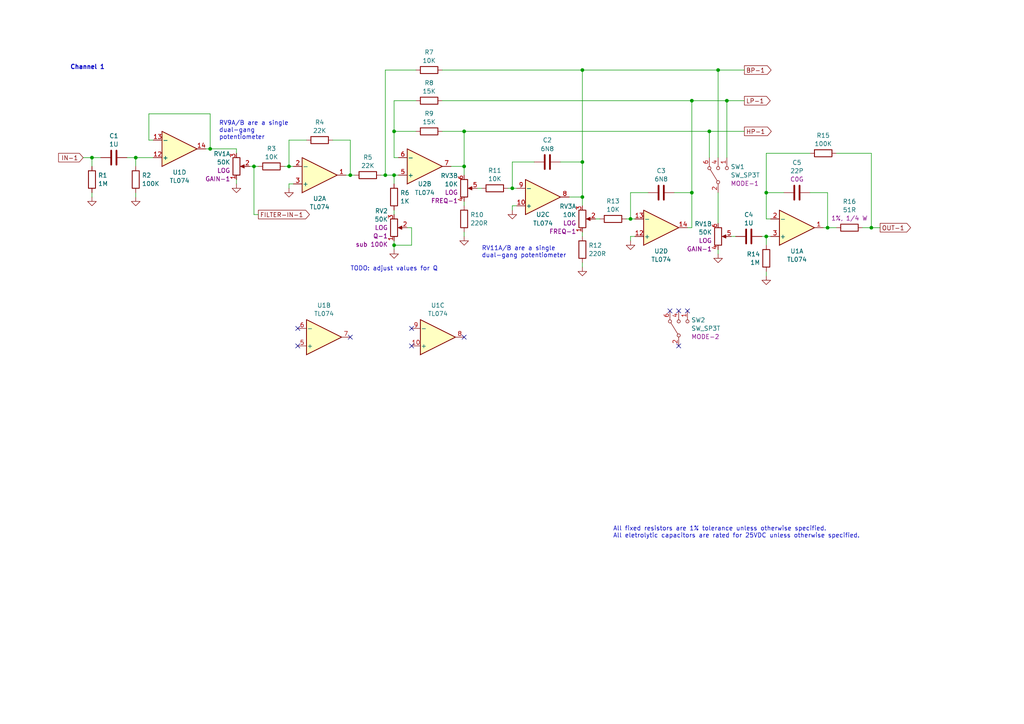
<source format=kicad_sch>
(kicad_sch (version 20230121) (generator eeschema)

  (uuid 4fe3cd02-8864-4b3e-a1a0-2dfa4d191ca2)

  (paper "A4")

  (title_block
    (title "Eurorack Dual Filter Module")
    (date "2023-12-09")
    (rev "1.0")
    (company "Len Popp")
    (comment 1 "Copyright © 2023 Len Popp CC BY")
    (comment 2 "Eurorack dual filter module module - 10HP")
  )

  (lib_symbols
    (symbol "-lmp-opamp:TL074" (pin_names (offset 0.127)) (in_bom yes) (on_board yes)
      (property "Reference" "U" (at 0 5.08 0)
        (effects (font (size 1.27 1.27)) (justify left))
      )
      (property "Value" "TL074" (at 0 -5.08 0)
        (effects (font (size 1.27 1.27)) (justify left))
      )
      (property "Footprint" "Package_DIP:DIP-14_W7.62mm" (at -1.27 2.54 0)
        (effects (font (size 1.27 1.27)) hide)
      )
      (property "Datasheet" "http://www.ti.com/lit/ds/symlink/tl071.pdf" (at 1.27 5.08 0)
        (effects (font (size 1.27 1.27)) hide)
      )
      (property "Manufacturer" "Texas Instruments" (at 0 0 0)
        (effects (font (size 1.27 1.27)) hide)
      )
      (property "ManufacturerPartNum" "TL074BCN" (at 0 0 0)
        (effects (font (size 1.27 1.27)) hide)
      )
      (property "Distributor" "Mouser" (at 0 0 0)
        (effects (font (size 1.27 1.27)) hide)
      )
      (property "DistributorPartNum" "595-TL074BCN" (at 0 0 0)
        (effects (font (size 1.27 1.27)) hide)
      )
      (property "DistributorPartLink" "https://www.mouser.ca/ProductDetail/?qs=vxEfx8VrU7BHurOY5iQdiA%3D%3D" (at 0 0 0)
        (effects (font (size 1.27 1.27)) hide)
      )
      (property "ki_locked" "" (at 0 0 0)
        (effects (font (size 1.27 1.27)))
      )
      (property "ki_keywords" "quad opamp" (at 0 0 0)
        (effects (font (size 1.27 1.27)) hide)
      )
      (property "ki_description" "Quad Low-Noise JFET-Input Operational Amplifiers, DIP-14/SOIC-14" (at 0 0 0)
        (effects (font (size 1.27 1.27)) hide)
      )
      (property "ki_fp_filters" "SOIC*3.9x8.7mm*P1.27mm* DIP*W7.62mm* TSSOP*4.4x5mm*P0.65mm* SSOP*5.3x6.2mm*P0.65mm* MSOP*3x3mm*P0.5mm*" (at 0 0 0)
        (effects (font (size 1.27 1.27)) hide)
      )
      (symbol "TL074_1_1"
        (polyline
          (pts
            (xy -5.08 5.08)
            (xy 5.08 0)
            (xy -5.08 -5.08)
            (xy -5.08 5.08)
          )
          (stroke (width 0.254) (type default))
          (fill (type background))
        )
        (pin output line (at 7.62 0 180) (length 2.54)
          (name "~" (effects (font (size 1.27 1.27))))
          (number "1" (effects (font (size 1.27 1.27))))
        )
        (pin input line (at -7.62 -2.54 0) (length 2.54)
          (name "-" (effects (font (size 1.27 1.27))))
          (number "2" (effects (font (size 1.27 1.27))))
        )
        (pin input line (at -7.62 2.54 0) (length 2.54)
          (name "+" (effects (font (size 1.27 1.27))))
          (number "3" (effects (font (size 1.27 1.27))))
        )
      )
      (symbol "TL074_2_1"
        (polyline
          (pts
            (xy -5.08 5.08)
            (xy 5.08 0)
            (xy -5.08 -5.08)
            (xy -5.08 5.08)
          )
          (stroke (width 0.254) (type default))
          (fill (type background))
        )
        (pin input line (at -7.62 2.54 0) (length 2.54)
          (name "+" (effects (font (size 1.27 1.27))))
          (number "5" (effects (font (size 1.27 1.27))))
        )
        (pin input line (at -7.62 -2.54 0) (length 2.54)
          (name "-" (effects (font (size 1.27 1.27))))
          (number "6" (effects (font (size 1.27 1.27))))
        )
        (pin output line (at 7.62 0 180) (length 2.54)
          (name "~" (effects (font (size 1.27 1.27))))
          (number "7" (effects (font (size 1.27 1.27))))
        )
      )
      (symbol "TL074_3_1"
        (polyline
          (pts
            (xy -5.08 5.08)
            (xy 5.08 0)
            (xy -5.08 -5.08)
            (xy -5.08 5.08)
          )
          (stroke (width 0.254) (type default))
          (fill (type background))
        )
        (pin input line (at -7.62 2.54 0) (length 2.54)
          (name "+" (effects (font (size 1.27 1.27))))
          (number "10" (effects (font (size 1.27 1.27))))
        )
        (pin output line (at 7.62 0 180) (length 2.54)
          (name "~" (effects (font (size 1.27 1.27))))
          (number "8" (effects (font (size 1.27 1.27))))
        )
        (pin input line (at -7.62 -2.54 0) (length 2.54)
          (name "-" (effects (font (size 1.27 1.27))))
          (number "9" (effects (font (size 1.27 1.27))))
        )
      )
      (symbol "TL074_4_1"
        (polyline
          (pts
            (xy -5.08 5.08)
            (xy 5.08 0)
            (xy -5.08 -5.08)
            (xy -5.08 5.08)
          )
          (stroke (width 0.254) (type default))
          (fill (type background))
        )
        (pin input line (at -7.62 2.54 0) (length 2.54)
          (name "+" (effects (font (size 1.27 1.27))))
          (number "12" (effects (font (size 1.27 1.27))))
        )
        (pin input line (at -7.62 -2.54 0) (length 2.54)
          (name "-" (effects (font (size 1.27 1.27))))
          (number "13" (effects (font (size 1.27 1.27))))
        )
        (pin output line (at 7.62 0 180) (length 2.54)
          (name "~" (effects (font (size 1.27 1.27))))
          (number "14" (effects (font (size 1.27 1.27))))
        )
      )
      (symbol "TL074_5_1"
        (pin power_in line (at -2.54 -7.62 90) (length 3.81)
          (name "V-" (effects (font (size 1.27 1.27))))
          (number "11" (effects (font (size 1.27 1.27))))
        )
        (pin power_in line (at -2.54 7.62 270) (length 3.81)
          (name "V+" (effects (font (size 1.27 1.27))))
          (number "4" (effects (font (size 1.27 1.27))))
        )
      )
    )
    (symbol "-lmp-synth:R_51R_Output" (pin_numbers hide) (pin_names (offset 0)) (in_bom yes) (on_board yes)
      (property "Reference" "R" (at -2.286 0 90)
        (effects (font (size 1.27 1.27)))
      )
      (property "Value" "R_51R_Output" (at 2.413 0 90)
        (effects (font (size 1.27 1.27)))
      )
      (property "Footprint" "-lmp-misc:R_Axial_DIN0207_L6.3mm_D2.5mm_P10.16mm_Horizontal" (at -1.778 0 90)
        (effects (font (size 1.27 1.27)) hide)
      )
      (property "Datasheet" "https://www.mouser.ca/datasheet/2/447/Yageo_LR_MFR_1-1714151.pdf" (at 0 0 0)
        (effects (font (size 1.27 1.27)) hide)
      )
      (property "Value2" "1%, 1/4 W" (at 4.445 0 90)
        (effects (font (size 1.27 1.27)))
      )
      (property "Note" "Output limiting" (at -1.905 -1.905 90)
        (effects (font (size 1.27 1.27)) hide)
      )
      (property "Manufacturer" "YAGEO" (at 0 0 0)
        (effects (font (size 1.27 1.27)) hide)
      )
      (property "ManufacturerPartNum" "MFR-25FBF52-51R" (at 0 0 0)
        (effects (font (size 1.27 1.27)) hide)
      )
      (property "Distributor" "Mouser" (at -1.905 0 90)
        (effects (font (size 1.27 1.27)) hide)
      )
      (property "DistributorPartNum" "603-MFR-25FBF52-51R" (at 0 0 0)
        (effects (font (size 1.27 1.27)) hide)
      )
      (property "DistributorPartLink" "https://www.mouser.ca/ProductDetail/?qs=oAGoVhmvjhzVx2bdEH1TLQ%3D%3D" (at 0 0 0)
        (effects (font (size 1.27 1.27)) hide)
      )
      (property "ki_keywords" "R res resistor" (at 0 0 0)
        (effects (font (size 1.27 1.27)) hide)
      )
      (property "ki_description" "Resistor" (at 0 0 0)
        (effects (font (size 1.27 1.27)) hide)
      )
      (property "ki_fp_filters" "R_*" (at 0 0 0)
        (effects (font (size 1.27 1.27)) hide)
      )
      (symbol "R_51R_Output_0_1"
        (rectangle (start -1.016 -2.54) (end 1.016 2.54)
          (stroke (width 0.254) (type default))
          (fill (type none))
        )
      )
      (symbol "R_51R_Output_1_1"
        (pin passive line (at 0 3.81 270) (length 1.27)
          (name "~" (effects (font (size 1.27 1.27))))
          (number "1" (effects (font (size 1.27 1.27))))
        )
        (pin passive line (at 0 -3.81 90) (length 1.27)
          (name "~" (effects (font (size 1.27 1.27))))
          (number "2" (effects (font (size 1.27 1.27))))
        )
      )
    )
    (symbol "-lmp-synth:R_POT_Dual_Sep_PCB_Alpha_RD902F" (pin_names (offset 1.016) hide) (in_bom yes) (on_board yes)
      (property "Reference" "RV" (at -4.445 0 90)
        (effects (font (size 1.27 1.27)))
      )
      (property "Value" "R_POT_Dual_Sep_PCB_Alpha_RD902F" (at -2.54 0 90)
        (effects (font (size 1.27 1.27)))
      )
      (property "Footprint" "-lmp-synth:Potentiometer_Alpha_RD902F-40-00D_Dual_Vertical" (at 0 0 0)
        (effects (font (size 1.27 1.27)) hide)
      )
      (property "Datasheet" "https://www.thonk.co.uk/wp-content/uploads/Documents/alpha/9mm/DUAL%20GANG%20-%20RD902F-40-15R1-A50K-0057.pdf" (at 0 0 0)
        (effects (font (size 1.27 1.27)) hide)
      )
      (property "Value2" "[LIN/LOG]" (at 0 0 0)
        (effects (font (size 1.27 1.27)))
      )
      (property "Label" "[label]" (at 0 0 0)
        (effects (font (size 1.27 1.27)))
      )
      (property "Manufacturer" "Alpha" (at 0 0 0)
        (effects (font (size 1.27 1.27)) hide)
      )
      (property "ManufacturerPartNum" "RD902F-*" (at 0 0 0)
        (effects (font (size 1.27 1.27)) hide)
      )
      (property "Distributor" "Thonk" (at 0 0 0)
        (effects (font (size 1.27 1.27)) hide)
      )
      (property "DistributorPartNum" "Group_Pot_Alpha_6.35mm" (at 0 0 0)
        (effects (font (size 1.27 1.27)) hide)
      )
      (property "DistributorPartLink" "https://www.thonk.co.uk/shop/alpha-9mm-pots/" (at 0 0 0)
        (effects (font (size 1.27 1.27)) hide)
      )
      (property "ki_keywords" "resistor variable" (at 0 0 0)
        (effects (font (size 1.27 1.27)) hide)
      )
      (property "ki_description" "Dual potentiometer, separate units" (at 0 0 0)
        (effects (font (size 1.27 1.27)) hide)
      )
      (property "ki_fp_filters" "Potentiometer*" (at 0 0 0)
        (effects (font (size 1.27 1.27)) hide)
      )
      (symbol "R_POT_Dual_Sep_PCB_Alpha_RD902F_0_1"
        (polyline
          (pts
            (xy 2.54 0)
            (xy 1.524 0)
          )
          (stroke (width 0) (type default))
          (fill (type none))
        )
        (polyline
          (pts
            (xy 1.143 0)
            (xy 2.286 0.508)
            (xy 2.286 -0.508)
            (xy 1.143 0)
          )
          (stroke (width 0) (type default))
          (fill (type outline))
        )
        (rectangle (start 1.016 2.54) (end -1.016 -2.54)
          (stroke (width 0.254) (type default))
          (fill (type none))
        )
      )
      (symbol "R_POT_Dual_Sep_PCB_Alpha_RD902F_1_1"
        (pin passive line (at 0 3.81 270) (length 1.27)
          (name "1" (effects (font (size 1.27 1.27))))
          (number "1" (effects (font (size 1.27 1.27))))
        )
        (pin passive line (at 3.81 0 180) (length 1.27)
          (name "2" (effects (font (size 1.27 1.27))))
          (number "2" (effects (font (size 1.27 1.27))))
        )
        (pin passive line (at 0 -3.81 90) (length 1.27)
          (name "3" (effects (font (size 1.27 1.27))))
          (number "3" (effects (font (size 1.27 1.27))))
        )
      )
      (symbol "R_POT_Dual_Sep_PCB_Alpha_RD902F_2_1"
        (pin passive line (at 0 3.81 270) (length 1.27)
          (name "4" (effects (font (size 1.27 1.27))))
          (number "4" (effects (font (size 1.27 1.27))))
        )
        (pin passive line (at 3.81 0 180) (length 1.27)
          (name "5" (effects (font (size 1.27 1.27))))
          (number "5" (effects (font (size 1.27 1.27))))
        )
        (pin passive line (at 0 -3.81 90) (length 1.27)
          (name "6" (effects (font (size 1.27 1.27))))
          (number "6" (effects (font (size 1.27 1.27))))
        )
      )
    )
    (symbol "-lmp-synth:R_POT_Panel_PCB_Alpha" (pin_names (offset 1.016) hide) (in_bom yes) (on_board yes)
      (property "Reference" "RV" (at -9.144 0 90)
        (effects (font (size 1.27 1.27)))
      )
      (property "Value" "R_POT_Panel_PCB_Alpha" (at -7.239 0 90)
        (effects (font (size 1.27 1.27)))
      )
      (property "Footprint" "-lmp-synth:Potentiometer_Alpha_RD901F-40-00D_Single_Vertical" (at 0 0 0)
        (effects (font (size 1.27 1.27)) hide)
      )
      (property "Datasheet" "https://www.mouser.ca/datasheet/2/13/alpha_taiwan_08192019_RD901F-40-15R1-B(resistance_-1627810.pdf" (at 0 0 0)
        (effects (font (size 1.27 1.27)) hide)
      )
      (property "Value2" "[LIN/LOG]" (at -5.207 0 90)
        (effects (font (size 1.27 1.27)))
      )
      (property "Label" "[label]" (at -3.175 0 90)
        (effects (font (size 1.27 1.27)))
      )
      (property "Manufacturer" "Alpha" (at 0 0 0)
        (effects (font (size 1.27 1.27)) hide)
      )
      (property "ManufacturerPartNum" "RD901F-*" (at 0 0 0)
        (effects (font (size 1.27 1.27)) hide)
      )
      (property "Distributor" "Thonk" (at 0 0 0)
        (effects (font (size 1.27 1.27)) hide)
      )
      (property "DistributorPartNum" "Group_Pot_Alpha_6.35mm" (at 0 0 0)
        (effects (font (size 1.27 1.27)) hide)
      )
      (property "DistributorPartLink" "https://www.thonk.co.uk/shop/alpha-9mm-pots/" (at 0 0 0)
        (effects (font (size 1.27 1.27)) hide)
      )
      (property "Distributor2" "Mouser" (at 0 0 0)
        (effects (font (size 1.27 1.27)) hide)
      )
      (property "DistributorPartNum2" "311-1940F-*" (at 0 0 0)
        (effects (font (size 1.27 1.27)) hide)
      )
      (property "DistributorPartLink2" "https://www.mouser.ca/c/passive-components/potentiometers-trimmers-rheostats/potentiometers/?q=RD901F&orientation=Vertical" (at 0 0 0)
        (effects (font (size 1.27 1.27)) hide)
      )
      (property "Distributor3" "SynthCube" (at 0 0 0)
        (effects (font (size 1.27 1.27)) hide)
      )
      (property "DistributorPartNum3" "9MMALPHAPOTMSTR" (at 0 0 0)
        (effects (font (size 1.27 1.27)) hide)
      )
      (property "DistributorPartLink3" "https://synthcube.com/cart/alpha-9mm-potentiometer-right-angle-pcb-mount-6-35mm-round-shaft" (at 0 0 0)
        (effects (font (size 1.27 1.27)) hide)
      )
      (property "ki_keywords" "resistor variable" (at 0 0 0)
        (effects (font (size 1.27 1.27)) hide)
      )
      (property "ki_description" "Potentiometer" (at 0 0 0)
        (effects (font (size 1.27 1.27)) hide)
      )
      (property "ki_fp_filters" "Potentiometer*" (at 0 0 0)
        (effects (font (size 1.27 1.27)) hide)
      )
      (symbol "R_POT_Panel_PCB_Alpha_0_1"
        (polyline
          (pts
            (xy 2.54 0)
            (xy 1.524 0)
          )
          (stroke (width 0) (type default))
          (fill (type none))
        )
        (polyline
          (pts
            (xy 1.143 0)
            (xy 2.286 0.508)
            (xy 2.286 -0.508)
            (xy 1.143 0)
          )
          (stroke (width 0) (type default))
          (fill (type outline))
        )
        (rectangle (start 1.016 2.54) (end -1.016 -2.54)
          (stroke (width 0.254) (type default))
          (fill (type none))
        )
      )
      (symbol "R_POT_Panel_PCB_Alpha_1_1"
        (pin passive line (at 0 3.81 270) (length 1.27)
          (name "1" (effects (font (size 1.27 1.27))))
          (number "1" (effects (font (size 1.27 1.27))))
        )
        (pin passive line (at 3.81 0 180) (length 1.27)
          (name "2" (effects (font (size 1.27 1.27))))
          (number "2" (effects (font (size 1.27 1.27))))
        )
        (pin passive line (at 0 -3.81 90) (length 1.27)
          (name "3" (effects (font (size 1.27 1.27))))
          (number "3" (effects (font (size 1.27 1.27))))
        )
      )
    )
    (symbol "-lmp-synth:SW_SP3T_NKK" (pin_names (offset 0) hide) (in_bom yes) (on_board yes)
      (property "Reference" "SW" (at 0 5.08 0)
        (effects (font (size 1.27 1.27)))
      )
      (property "Value" "SW_SP3T_NKK" (at 0 -5.08 0)
        (effects (font (size 1.27 1.27)))
      )
      (property "Footprint" "-lmp-misc:SW_SP3T_A24JP" (at 0 0 0)
        (effects (font (size 1.27 1.27)) hide)
      )
      (property "Datasheet" "https://www.nkkswitches.com/pdf/Atoggles.pdf" (at 0 0 0)
        (effects (font (size 1.27 1.27)) hide)
      )
      (property "Manufacturer" "NKK" (at 0 0 0)
        (effects (font (size 1.27 1.27)) hide)
      )
      (property "ManufacturerPartNum" "A24JP" (at 0 0 0)
        (effects (font (size 1.27 1.27)) hide)
      )
      (property "Distributor" "Mouser" (at 0 0 0)
        (effects (font (size 1.27 1.27)) hide)
      )
      (property "DistributorPartNum" "633-A24JP" (at 0 0 0)
        (effects (font (size 1.27 1.27)) hide)
      )
      (property "DistributorPartLink" "https://www.mouser.ca/ProductDetail/NKK-Switches/A24JP?qs=44TLCAUTxJtLIZ6%252BdaihIA%3D%3D&_gl=1*uxfj65*_ga*NjQ4NzEzNjQzLjE3MDIxNDIyMTg.*_ga_15W4STQT4T*MTcwMjE0MjIxNy4xLjAuMTcwMjE0MjIxNy42MC4wLjA." (at 0 0 0)
        (effects (font (size 1.27 1.27)) hide)
      )
      (property "Distributor2" "DigiKey" (at 0 0 0)
        (effects (font (size 1.27 1.27)) hide)
      )
      (property "DistributorPartNum2" "360-3408-ND" (at 0 0 0)
        (effects (font (size 1.27 1.27)) hide)
      )
      (property "DistributorPartLink2" "https://www.digikey.ca/en/products/detail/nkk-switches/A24JP/1055616" (at 0 0 0)
        (effects (font (size 1.27 1.27)) hide)
      )
      (property "ki_keywords" "switch sp3t ON-ON-ON" (at 0 0 0)
        (effects (font (size 1.27 1.27)) hide)
      )
      (property "ki_description" "Toggle Switch, three position, single pole triple throw, 3 position switch, SP3T, ON-ON-ON, NKK A24JP" (at 0 0 0)
        (effects (font (size 1.27 1.27)) hide)
      )
      (property "ki_fp_filters" "SW* SP3T*" (at 0 0 0)
        (effects (font (size 1.27 1.27)) hide)
      )
      (symbol "SW_SP3T_NKK_0_1"
        (circle (center -2.032 0) (radius 0.4572)
          (stroke (width 0) (type default))
          (fill (type none))
        )
        (polyline
          (pts
            (xy -1.651 0.254)
            (xy 1.651 2.286)
          )
          (stroke (width 0) (type default))
          (fill (type none))
        )
        (circle (center 2.032 -2.54) (radius 0.4572)
          (stroke (width 0) (type default))
          (fill (type none))
        )
        (circle (center 2.032 0) (radius 0.4572)
          (stroke (width 0) (type default))
          (fill (type none))
        )
        (circle (center 2.032 2.54) (radius 0.4572)
          (stroke (width 0) (type default))
          (fill (type none))
        )
      )
      (symbol "SW_SP3T_NKK_1_0"
        (pin no_connect line (at 0 -1.27 180) (length 2.54) hide
          (name "3" (effects (font (size 1.27 1.27))))
          (number "3" (effects (font (size 1.27 1.27))))
        )
      )
      (symbol "SW_SP3T_NKK_1_1"
        (pin passive line (at 5.08 -2.54 180) (length 2.54)
          (name "1" (effects (font (size 1.27 1.27))))
          (number "1" (effects (font (size 1.27 1.27))))
        )
        (pin passive line (at -5.08 0 0) (length 2.54)
          (name "2" (effects (font (size 1.27 1.27))))
          (number "2" (effects (font (size 1.27 1.27))))
        )
        (pin passive line (at 5.08 0 180) (length 2.54)
          (name "4" (effects (font (size 1.27 1.27))))
          (number "4" (effects (font (size 1.27 1.27))))
        )
        (pin passive line (at 5.08 2.54 180) (length 2.54)
          (name "6" (effects (font (size 1.27 1.27))))
          (number "6" (effects (font (size 1.27 1.27))))
        )
      )
    )
    (symbol "-lmp:CC" (pin_numbers hide) (pin_names (offset 0.254)) (in_bom yes) (on_board yes)
      (property "Reference" "C" (at 0.635 2.54 0)
        (effects (font (size 1.27 1.27)) (justify left))
      )
      (property "Value" "CC" (at 0.635 -2.54 0)
        (effects (font (size 1.27 1.27)) (justify left))
      )
      (property "Footprint" "" (at 0.9652 -3.81 0)
        (effects (font (size 1.27 1.27)) hide)
      )
      (property "Datasheet" "~" (at 0 0 0)
        (effects (font (size 1.27 1.27)) hide)
      )
      (property "ki_keywords" "cap capacitor ceramic" (at 0 0 0)
        (effects (font (size 1.27 1.27)) hide)
      )
      (property "ki_description" "Capacitor - Ceramic" (at 0 0 0)
        (effects (font (size 1.27 1.27)) hide)
      )
      (property "ki_fp_filters" "C_*" (at 0 0 0)
        (effects (font (size 1.27 1.27)) hide)
      )
      (symbol "CC_0_1"
        (polyline
          (pts
            (xy -2.032 -0.762)
            (xy 2.032 -0.762)
          )
          (stroke (width 0.508) (type default))
          (fill (type none))
        )
        (polyline
          (pts
            (xy -2.032 0.762)
            (xy 2.032 0.762)
          )
          (stroke (width 0.508) (type default))
          (fill (type none))
        )
      )
      (symbol "CC_1_1"
        (pin passive line (at 0 3.81 270) (length 2.794)
          (name "~" (effects (font (size 1.27 1.27))))
          (number "1" (effects (font (size 1.27 1.27))))
        )
        (pin passive line (at 0 -3.81 90) (length 2.794)
          (name "~" (effects (font (size 1.27 1.27))))
          (number "2" (effects (font (size 1.27 1.27))))
        )
      )
    )
    (symbol "-lmp:CF" (pin_numbers hide) (pin_names (offset 0.254)) (in_bom yes) (on_board yes)
      (property "Reference" "C" (at 0.635 2.54 0)
        (effects (font (size 1.27 1.27)) (justify left))
      )
      (property "Value" "CF" (at 0.635 -2.54 0)
        (effects (font (size 1.27 1.27)) (justify left))
      )
      (property "Footprint" "" (at 0.9652 -3.81 0)
        (effects (font (size 1.27 1.27)) hide)
      )
      (property "Datasheet" "~" (at 0 0 0)
        (effects (font (size 1.27 1.27)) hide)
      )
      (property "ki_keywords" "cap capacitor film" (at 0 0 0)
        (effects (font (size 1.27 1.27)) hide)
      )
      (property "ki_description" "Capacitor - Film" (at 0 0 0)
        (effects (font (size 1.27 1.27)) hide)
      )
      (property "ki_fp_filters" "C_*" (at 0 0 0)
        (effects (font (size 1.27 1.27)) hide)
      )
      (symbol "CF_0_1"
        (polyline
          (pts
            (xy -2.032 -0.762)
            (xy 2.032 -0.762)
          )
          (stroke (width 0.508) (type default))
          (fill (type none))
        )
        (polyline
          (pts
            (xy -2.032 0.762)
            (xy 2.032 0.762)
          )
          (stroke (width 0.508) (type default))
          (fill (type none))
        )
      )
      (symbol "CF_1_1"
        (pin passive line (at 0 3.81 270) (length 2.794)
          (name "~" (effects (font (size 1.27 1.27))))
          (number "1" (effects (font (size 1.27 1.27))))
        )
        (pin passive line (at 0 -3.81 90) (length 2.794)
          (name "~" (effects (font (size 1.27 1.27))))
          (number "2" (effects (font (size 1.27 1.27))))
        )
      )
    )
    (symbol "-lmp:R_1%_0W166" (pin_numbers hide) (pin_names (offset 0)) (in_bom yes) (on_board yes)
      (property "Reference" "R" (at -2.286 0 90)
        (effects (font (size 1.27 1.27)))
      )
      (property "Value" "R_1%_0W166" (at 2.413 0 90)
        (effects (font (size 1.27 1.27)))
      )
      (property "Footprint" "-lmp-misc:R_Axial_DIN0207_L6.3mm_D2.5mm_P7.62mm_Horizontal" (at -1.778 0 90)
        (effects (font (size 1.27 1.27)) hide)
      )
      (property "Datasheet" "https://www.mouser.ca/datasheet/2/447/Yageo_LR_MFR_1-1714151.pdf" (at 0 0 0)
        (effects (font (size 1.27 1.27)) hide)
      )
      (property "Manufacturer" "YAGEO" (at 0 0 0)
        (effects (font (size 1.27 1.27)) hide)
      )
      (property "ManufacturerPartNum" "MFR-12*" (at 0 0 0)
        (effects (font (size 1.27 1.27)) hide)
      )
      (property "Distributor" "Mouser" (at 0 0 0)
        (effects (font (size 1.27 1.27)) hide)
      )
      (property "DistributorPartNum" "603-MFR-12*" (at 0 0 0)
        (effects (font (size 1.27 1.27)) hide)
      )
      (property "DistributorPartLink" "https://www.mouser.ca/c/?m=YAGEO&power+rating=166+mW+(1%2f6+W)&tolerance=1+%25&instock=y" (at 0 0 0)
        (effects (font (size 1.27 1.27)) hide)
      )
      (property "Value2" "1%, 1/6 W" (at 4.953 0 90)
        (effects (font (size 1.27 1.27)) hide)
      )
      (property "ki_keywords" "R res resistor" (at 0 0 0)
        (effects (font (size 1.27 1.27)) hide)
      )
      (property "ki_description" "Resistor" (at 0 0 0)
        (effects (font (size 1.27 1.27)) hide)
      )
      (property "ki_fp_filters" "R_*" (at 0 0 0)
        (effects (font (size 1.27 1.27)) hide)
      )
      (symbol "R_1%_0W166_0_1"
        (rectangle (start -1.016 -2.54) (end 1.016 2.54)
          (stroke (width 0.254) (type default))
          (fill (type none))
        )
      )
      (symbol "R_1%_0W166_1_1"
        (pin passive line (at 0 3.81 270) (length 1.27)
          (name "~" (effects (font (size 1.27 1.27))))
          (number "1" (effects (font (size 1.27 1.27))))
        )
        (pin passive line (at 0 -3.81 90) (length 1.27)
          (name "~" (effects (font (size 1.27 1.27))))
          (number "2" (effects (font (size 1.27 1.27))))
        )
      )
    )
    (symbol "GND_1" (power) (pin_numbers hide) (pin_names (offset 0) hide) (in_bom yes) (on_board yes)
      (property "Reference" "#PWR" (at 0 -6.35 0)
        (effects (font (size 1.27 1.27)) hide)
      )
      (property "Value" "GND_1" (at 0 -3.81 0)
        (effects (font (size 1.27 1.27)) hide)
      )
      (property "Footprint" "" (at 0 0 0)
        (effects (font (size 1.27 1.27)) hide)
      )
      (property "Datasheet" "" (at 0 0 0)
        (effects (font (size 1.27 1.27)) hide)
      )
      (property "ki_keywords" "power-flag" (at 0 0 0)
        (effects (font (size 1.27 1.27)) hide)
      )
      (property "ki_description" "Power symbol creates a global label with name \"GND\" , ground" (at 0 0 0)
        (effects (font (size 1.27 1.27)) hide)
      )
      (symbol "GND_1_0_1"
        (polyline
          (pts
            (xy 0 0)
            (xy 0 -1.27)
            (xy 1.27 -1.27)
            (xy 0 -2.54)
            (xy -1.27 -1.27)
            (xy 0 -1.27)
          )
          (stroke (width 0) (type default))
          (fill (type none))
        )
      )
      (symbol "GND_1_1_1"
        (pin power_in line (at 0 0 270) (length 0) hide
          (name "GND" (effects (font (size 1.27 1.27))))
          (number "1" (effects (font (size 1.27 1.27))))
        )
      )
    )
    (symbol "GND_2" (power) (pin_numbers hide) (pin_names (offset 0) hide) (in_bom yes) (on_board yes)
      (property "Reference" "#PWR" (at 0 -6.35 0)
        (effects (font (size 1.27 1.27)) hide)
      )
      (property "Value" "GND_2" (at 0 -3.81 0)
        (effects (font (size 1.27 1.27)) hide)
      )
      (property "Footprint" "" (at 0 0 0)
        (effects (font (size 1.27 1.27)) hide)
      )
      (property "Datasheet" "" (at 0 0 0)
        (effects (font (size 1.27 1.27)) hide)
      )
      (property "ki_keywords" "power-flag" (at 0 0 0)
        (effects (font (size 1.27 1.27)) hide)
      )
      (property "ki_description" "Power symbol creates a global label with name \"GND\" , ground" (at 0 0 0)
        (effects (font (size 1.27 1.27)) hide)
      )
      (symbol "GND_2_0_1"
        (polyline
          (pts
            (xy 0 0)
            (xy 0 -1.27)
            (xy 1.27 -1.27)
            (xy 0 -2.54)
            (xy -1.27 -1.27)
            (xy 0 -1.27)
          )
          (stroke (width 0) (type default))
          (fill (type none))
        )
      )
      (symbol "GND_2_1_1"
        (pin power_in line (at 0 0 270) (length 0) hide
          (name "GND" (effects (font (size 1.27 1.27))))
          (number "1" (effects (font (size 1.27 1.27))))
        )
      )
    )
    (symbol "GND_3" (power) (pin_numbers hide) (pin_names (offset 0) hide) (in_bom yes) (on_board yes)
      (property "Reference" "#PWR" (at 0 -6.35 0)
        (effects (font (size 1.27 1.27)) hide)
      )
      (property "Value" "GND_3" (at 0 -3.81 0)
        (effects (font (size 1.27 1.27)) hide)
      )
      (property "Footprint" "" (at 0 0 0)
        (effects (font (size 1.27 1.27)) hide)
      )
      (property "Datasheet" "" (at 0 0 0)
        (effects (font (size 1.27 1.27)) hide)
      )
      (property "ki_keywords" "power-flag" (at 0 0 0)
        (effects (font (size 1.27 1.27)) hide)
      )
      (property "ki_description" "Power symbol creates a global label with name \"GND\" , ground" (at 0 0 0)
        (effects (font (size 1.27 1.27)) hide)
      )
      (symbol "GND_3_0_1"
        (polyline
          (pts
            (xy 0 0)
            (xy 0 -1.27)
            (xy 1.27 -1.27)
            (xy 0 -2.54)
            (xy -1.27 -1.27)
            (xy 0 -1.27)
          )
          (stroke (width 0) (type default))
          (fill (type none))
        )
      )
      (symbol "GND_3_1_1"
        (pin power_in line (at 0 0 270) (length 0) hide
          (name "GND" (effects (font (size 1.27 1.27))))
          (number "1" (effects (font (size 1.27 1.27))))
        )
      )
    )
    (symbol "GND_4" (power) (pin_numbers hide) (pin_names (offset 0) hide) (in_bom yes) (on_board yes)
      (property "Reference" "#PWR" (at 0 -6.35 0)
        (effects (font (size 1.27 1.27)) hide)
      )
      (property "Value" "GND_4" (at 0 -3.81 0)
        (effects (font (size 1.27 1.27)) hide)
      )
      (property "Footprint" "" (at 0 0 0)
        (effects (font (size 1.27 1.27)) hide)
      )
      (property "Datasheet" "" (at 0 0 0)
        (effects (font (size 1.27 1.27)) hide)
      )
      (property "ki_keywords" "power-flag" (at 0 0 0)
        (effects (font (size 1.27 1.27)) hide)
      )
      (property "ki_description" "Power symbol creates a global label with name \"GND\" , ground" (at 0 0 0)
        (effects (font (size 1.27 1.27)) hide)
      )
      (symbol "GND_4_0_1"
        (polyline
          (pts
            (xy 0 0)
            (xy 0 -1.27)
            (xy 1.27 -1.27)
            (xy 0 -2.54)
            (xy -1.27 -1.27)
            (xy 0 -1.27)
          )
          (stroke (width 0) (type default))
          (fill (type none))
        )
      )
      (symbol "GND_4_1_1"
        (pin power_in line (at 0 0 270) (length 0) hide
          (name "GND" (effects (font (size 1.27 1.27))))
          (number "1" (effects (font (size 1.27 1.27))))
        )
      )
    )
    (symbol "GND_5" (power) (pin_numbers hide) (pin_names (offset 0) hide) (in_bom yes) (on_board yes)
      (property "Reference" "#PWR" (at 0 -6.35 0)
        (effects (font (size 1.27 1.27)) hide)
      )
      (property "Value" "GND_5" (at 0 -3.81 0)
        (effects (font (size 1.27 1.27)) hide)
      )
      (property "Footprint" "" (at 0 0 0)
        (effects (font (size 1.27 1.27)) hide)
      )
      (property "Datasheet" "" (at 0 0 0)
        (effects (font (size 1.27 1.27)) hide)
      )
      (property "ki_keywords" "power-flag" (at 0 0 0)
        (effects (font (size 1.27 1.27)) hide)
      )
      (property "ki_description" "Power symbol creates a global label with name \"GND\" , ground" (at 0 0 0)
        (effects (font (size 1.27 1.27)) hide)
      )
      (symbol "GND_5_0_1"
        (polyline
          (pts
            (xy 0 0)
            (xy 0 -1.27)
            (xy 1.27 -1.27)
            (xy 0 -2.54)
            (xy -1.27 -1.27)
            (xy 0 -1.27)
          )
          (stroke (width 0) (type default))
          (fill (type none))
        )
      )
      (symbol "GND_5_1_1"
        (pin power_in line (at 0 0 270) (length 0) hide
          (name "GND" (effects (font (size 1.27 1.27))))
          (number "1" (effects (font (size 1.27 1.27))))
        )
      )
    )
  )

  (junction (at 114.3 38.1) (diameter 0) (color 0 0 0 0)
    (uuid 05c2f235-b995-452f-92e3-461078b98f27)
  )
  (junction (at 73.66 48.26) (diameter 0) (color 0 0 0 0)
    (uuid 071938cb-6770-446d-a9f8-0456d342560d)
  )
  (junction (at 252.73 66.04) (diameter 0) (color 0 0 0 0)
    (uuid 1fe49400-96d0-42a8-96af-8bbffe62b3ae)
  )
  (junction (at 101.6 50.8) (diameter 0) (color 0 0 0 0)
    (uuid 2dff8cf1-9b28-4f56-86c5-4b5f18227309)
  )
  (junction (at 60.96 43.18) (diameter 0) (color 0 0 0 0)
    (uuid 3ccb8660-094d-4014-af16-569c5e3a50bb)
  )
  (junction (at 39.37 45.72) (diameter 0) (color 0 0 0 0)
    (uuid 4c829dce-e95c-4135-b796-3d3a93c0ccc1)
  )
  (junction (at 114.3 71.12) (diameter 0) (color 0 0 0 0)
    (uuid 517d24ac-afb9-4eb5-9ab0-b677ca3a893f)
  )
  (junction (at 168.91 20.32) (diameter 0) (color 0 0 0 0)
    (uuid 55164632-70b8-4206-864a-3aad8d3c0a9c)
  )
  (junction (at 210.82 29.21) (diameter 0) (color 0 0 0 0)
    (uuid 57243a34-bd96-4678-be1c-7a295a1130c9)
  )
  (junction (at 200.66 55.88) (diameter 0) (color 0 0 0 0)
    (uuid 5eb005b9-b703-43b2-be8e-9c700404569b)
  )
  (junction (at 208.28 20.32) (diameter 0) (color 0 0 0 0)
    (uuid 5ef309b4-7c87-4d0d-a36e-1a7cbc3dc888)
  )
  (junction (at 26.67 45.72) (diameter 0) (color 0 0 0 0)
    (uuid 6d0e20d4-9dc1-4f84-8cd8-ba55c1f4ac9d)
  )
  (junction (at 205.74 38.1) (diameter 0) (color 0 0 0 0)
    (uuid 6ed1463a-b499-44c2-b8e4-af8ca833050a)
  )
  (junction (at 222.25 55.88) (diameter 0) (color 0 0 0 0)
    (uuid 87b5ade0-2152-4820-a3af-d46d4b0c8ade)
  )
  (junction (at 168.91 57.15) (diameter 0) (color 0 0 0 0)
    (uuid a263e3ac-ebbd-4fc3-9c2e-0691b8da1db0)
  )
  (junction (at 111.76 50.8) (diameter 0) (color 0 0 0 0)
    (uuid a38cae34-9474-4933-a381-6dbc3cfae751)
  )
  (junction (at 148.59 54.61) (diameter 0) (color 0 0 0 0)
    (uuid caa46362-31c6-4a82-aa97-efe51dc98a35)
  )
  (junction (at 222.25 68.58) (diameter 0) (color 0 0 0 0)
    (uuid ce1d0ffa-f383-451f-b9f5-67f659c4f3f8)
  )
  (junction (at 114.3 50.8) (diameter 0) (color 0 0 0 0)
    (uuid d0b95006-176d-492b-b08d-624ac49c1e3c)
  )
  (junction (at 134.62 48.26) (diameter 0) (color 0 0 0 0)
    (uuid d3632f4a-3dda-4d1f-9385-3e5a134a509f)
  )
  (junction (at 83.82 48.26) (diameter 0) (color 0 0 0 0)
    (uuid e750a6ee-9667-4a02-8e14-5570a0025ae2)
  )
  (junction (at 240.03 66.04) (diameter 0) (color 0 0 0 0)
    (uuid eed8dfae-2dfe-4ec0-90af-576fd15b5684)
  )
  (junction (at 200.66 29.21) (diameter 0) (color 0 0 0 0)
    (uuid f0032b7e-f4b8-4f23-aaac-1421416cbbf6)
  )
  (junction (at 182.88 63.5) (diameter 0) (color 0 0 0 0)
    (uuid f30a77c0-91f0-4940-8588-dd0c91a5af9e)
  )
  (junction (at 168.91 46.99) (diameter 0) (color 0 0 0 0)
    (uuid f4e47c00-2767-466a-9bca-1dda824072e8)
  )
  (junction (at 134.62 38.1) (diameter 0) (color 0 0 0 0)
    (uuid fc86b6dd-c923-4dfd-a289-ca416509b72b)
  )

  (no_connect (at 196.85 100.33) (uuid 212bf806-f409-4554-b208-087069d32ff6))
  (no_connect (at 86.36 100.33) (uuid 332f72a7-b6ad-462d-a3bd-b1be8812e4d7))
  (no_connect (at 194.31 90.17) (uuid 39970ab7-8d86-4807-9cb9-71c71bbc131c))
  (no_connect (at 199.39 90.17) (uuid 39a2c381-bec2-40e8-9761-f3fe4876390c))
  (no_connect (at 119.38 100.33) (uuid 3a7f82b0-31d1-4de9-8c83-fb858d2d2229))
  (no_connect (at 86.36 95.25) (uuid 6137748f-7af4-4800-9826-e4312a23d071))
  (no_connect (at 119.38 95.25) (uuid bd2281a8-3dbf-4991-83f5-dcd709749cf9))
  (no_connect (at 101.6 97.79) (uuid c1b3856f-1b8d-4d8b-93b6-c38eb1e27659))
  (no_connect (at 134.62 97.79) (uuid def84f78-987f-4746-a84c-3e3a68c7676a))
  (no_connect (at 196.85 90.17) (uuid f235b97d-99b8-4e70-9935-fd3c6e5bf4ec))

  (wire (pts (xy 111.76 20.32) (xy 120.65 20.32))
    (stroke (width 0) (type default))
    (uuid 01deb9f7-03c4-49db-ba0a-a28c188d1469)
  )
  (wire (pts (xy 114.3 69.85) (xy 114.3 71.12))
    (stroke (width 0) (type default))
    (uuid 01f157bf-9b76-4603-8e02-cb5cba18fc45)
  )
  (wire (pts (xy 119.38 71.12) (xy 114.3 71.12))
    (stroke (width 0) (type default))
    (uuid 02333224-dc5b-4861-9e0d-e1a6f42ff176)
  )
  (wire (pts (xy 73.66 48.26) (xy 73.66 62.23))
    (stroke (width 0) (type default))
    (uuid 030fa2cf-aa18-4cfe-81cc-3648d6e014be)
  )
  (wire (pts (xy 26.67 55.88) (xy 26.67 57.15))
    (stroke (width 0) (type default))
    (uuid 0bba3fb0-8262-4bbf-ab5d-59390cc87052)
  )
  (wire (pts (xy 39.37 45.72) (xy 44.45 45.72))
    (stroke (width 0) (type default))
    (uuid 0bbb17be-a3cc-4b4a-b660-4b727f5ed954)
  )
  (wire (pts (xy 73.66 62.23) (xy 74.93 62.23))
    (stroke (width 0) (type default))
    (uuid 0e26cede-1f79-4faa-868e-c2c9ca0aaee3)
  )
  (wire (pts (xy 118.11 66.04) (xy 119.38 66.04))
    (stroke (width 0) (type default))
    (uuid 0f2783a1-4e0a-4c74-85d1-450f789f880e)
  )
  (wire (pts (xy 148.59 54.61) (xy 149.86 54.61))
    (stroke (width 0) (type default))
    (uuid 129ea427-3c77-44d5-816a-d230b24b5caa)
  )
  (wire (pts (xy 222.25 68.58) (xy 223.52 68.58))
    (stroke (width 0) (type default))
    (uuid 14471bde-c0cc-4d90-9d32-da2d1f343d5f)
  )
  (wire (pts (xy 252.73 44.45) (xy 242.57 44.45))
    (stroke (width 0) (type default))
    (uuid 15652393-de40-4fe8-a225-fdc646a913e8)
  )
  (wire (pts (xy 168.91 20.32) (xy 168.91 46.99))
    (stroke (width 0) (type default))
    (uuid 16a42d43-7bfc-46a3-866f-92c4e708b7b7)
  )
  (wire (pts (xy 168.91 76.2) (xy 168.91 77.47))
    (stroke (width 0) (type default))
    (uuid 1b07c931-3e0e-4bb5-8a68-c72cd805371b)
  )
  (wire (pts (xy 59.69 43.18) (xy 60.96 43.18))
    (stroke (width 0) (type default))
    (uuid 1ef51c6c-68cc-40d5-86c6-837564f94cf3)
  )
  (wire (pts (xy 134.62 58.42) (xy 134.62 59.69))
    (stroke (width 0) (type default))
    (uuid 21aa13e4-fb8c-4c41-93d7-bff268175da2)
  )
  (wire (pts (xy 148.59 59.69) (xy 148.59 60.96))
    (stroke (width 0) (type default))
    (uuid 2257be85-c65e-42b9-9227-b64a2ee54ce6)
  )
  (wire (pts (xy 222.25 68.58) (xy 222.25 71.12))
    (stroke (width 0) (type default))
    (uuid 231c6bb3-77bc-4b47-ae4d-316d94017856)
  )
  (wire (pts (xy 182.88 68.58) (xy 182.88 69.85))
    (stroke (width 0) (type default))
    (uuid 237a7add-c8e2-4985-a782-8bde51881b18)
  )
  (wire (pts (xy 238.76 66.04) (xy 240.03 66.04))
    (stroke (width 0) (type default))
    (uuid 26755de7-1b95-4e88-9f2a-6bfdc33980c6)
  )
  (wire (pts (xy 39.37 45.72) (xy 36.83 45.72))
    (stroke (width 0) (type default))
    (uuid 268b58e8-c248-499c-b322-d588b1da2231)
  )
  (wire (pts (xy 210.82 29.21) (xy 210.82 45.72))
    (stroke (width 0) (type default))
    (uuid 2706625c-2819-4df8-87f8-0aa531611714)
  )
  (wire (pts (xy 208.28 20.32) (xy 208.28 45.72))
    (stroke (width 0) (type default))
    (uuid 29190c58-5e97-41be-8212-f65e7ac9b04d)
  )
  (wire (pts (xy 200.66 29.21) (xy 210.82 29.21))
    (stroke (width 0) (type default))
    (uuid 30353aa0-5f91-4f8b-8a92-9932373aacf2)
  )
  (wire (pts (xy 240.03 66.04) (xy 242.57 66.04))
    (stroke (width 0) (type default))
    (uuid 365054c6-d525-4ff1-bf1f-cbf6a4c79307)
  )
  (wire (pts (xy 222.25 78.74) (xy 222.25 80.01))
    (stroke (width 0) (type default))
    (uuid 3a08f408-0cb4-4d83-b7c7-4d1de47b9a84)
  )
  (wire (pts (xy 168.91 57.15) (xy 168.91 46.99))
    (stroke (width 0) (type default))
    (uuid 3b54f504-aa93-46eb-ae36-3b659bea691a)
  )
  (wire (pts (xy 162.56 46.99) (xy 168.91 46.99))
    (stroke (width 0) (type default))
    (uuid 3e740fa8-abaa-43c9-b76e-5d3f4f17f062)
  )
  (wire (pts (xy 168.91 57.15) (xy 168.91 59.69))
    (stroke (width 0) (type default))
    (uuid 41049280-8bf3-4829-b9b5-9b468b8d094b)
  )
  (wire (pts (xy 250.19 66.04) (xy 252.73 66.04))
    (stroke (width 0) (type default))
    (uuid 47558ee5-4127-4aac-9906-9cbc2428a6a4)
  )
  (wire (pts (xy 44.45 40.64) (xy 43.18 40.64))
    (stroke (width 0) (type default))
    (uuid 48251b82-aaca-487a-b9dd-6564515861d3)
  )
  (wire (pts (xy 111.76 50.8) (xy 114.3 50.8))
    (stroke (width 0) (type default))
    (uuid 4cdf3cb0-58b9-486e-a7f4-4321f142b460)
  )
  (wire (pts (xy 182.88 63.5) (xy 184.15 63.5))
    (stroke (width 0) (type default))
    (uuid 4e2f9bc5-4334-4b45-beee-d87a4f98eef8)
  )
  (wire (pts (xy 165.1 57.15) (xy 168.91 57.15))
    (stroke (width 0) (type default))
    (uuid 4eff14b0-d6f8-4ba5-a262-b8399801e590)
  )
  (wire (pts (xy 134.62 38.1) (xy 205.74 38.1))
    (stroke (width 0) (type default))
    (uuid 52025df6-e876-4468-a664-c92a8a902fe6)
  )
  (wire (pts (xy 101.6 40.64) (xy 101.6 50.8))
    (stroke (width 0) (type default))
    (uuid 52bd2633-daf5-461b-a079-164a361c8419)
  )
  (wire (pts (xy 154.94 46.99) (xy 148.59 46.99))
    (stroke (width 0) (type default))
    (uuid 56806984-6a45-438d-a02d-0526a19eba2b)
  )
  (wire (pts (xy 252.73 66.04) (xy 252.73 44.45))
    (stroke (width 0) (type default))
    (uuid 59cfd9be-e43d-4838-94b0-03852732cf10)
  )
  (wire (pts (xy 83.82 48.26) (xy 85.09 48.26))
    (stroke (width 0) (type default))
    (uuid 5b32b21f-ea8c-4cb7-9830-a37931f94387)
  )
  (wire (pts (xy 139.7 54.61) (xy 138.43 54.61))
    (stroke (width 0) (type default))
    (uuid 5e24cf2b-d164-4793-944f-c88bd23bb20e)
  )
  (wire (pts (xy 82.55 48.26) (xy 83.82 48.26))
    (stroke (width 0) (type default))
    (uuid 5f59631e-fd9b-4249-8d05-e3a380d13cd3)
  )
  (wire (pts (xy 128.27 29.21) (xy 200.66 29.21))
    (stroke (width 0) (type default))
    (uuid 602b8ce4-b320-402c-8823-167a912992da)
  )
  (wire (pts (xy 149.86 59.69) (xy 148.59 59.69))
    (stroke (width 0) (type default))
    (uuid 60af885e-b988-4213-aaf2-a79c71571dce)
  )
  (wire (pts (xy 252.73 66.04) (xy 255.27 66.04))
    (stroke (width 0) (type default))
    (uuid 611e6a3b-3cc8-4a8e-953b-1cde84374ccd)
  )
  (wire (pts (xy 181.61 63.5) (xy 182.88 63.5))
    (stroke (width 0) (type default))
    (uuid 628298dc-075e-4e86-ace1-823e92caeedd)
  )
  (wire (pts (xy 39.37 55.88) (xy 39.37 57.15))
    (stroke (width 0) (type default))
    (uuid 652420e3-2e03-403c-b5dc-0be1d208b989)
  )
  (wire (pts (xy 130.81 48.26) (xy 134.62 48.26))
    (stroke (width 0) (type default))
    (uuid 662b4573-4538-400c-ac89-983f29e3b054)
  )
  (wire (pts (xy 134.62 67.31) (xy 134.62 68.58))
    (stroke (width 0) (type default))
    (uuid 675ce701-c86c-4ba8-849a-29034700aaa9)
  )
  (wire (pts (xy 114.3 38.1) (xy 114.3 45.72))
    (stroke (width 0) (type default))
    (uuid 6b0faf4b-e75e-4af1-9162-c5b4364155ed)
  )
  (wire (pts (xy 208.28 72.39) (xy 208.28 73.66))
    (stroke (width 0) (type default))
    (uuid 6e266035-acdc-4ecb-b04d-e7545ca7c5df)
  )
  (wire (pts (xy 88.9 40.64) (xy 83.82 40.64))
    (stroke (width 0) (type default))
    (uuid 6fe741e8-1220-499c-bcf4-a00e2409d699)
  )
  (wire (pts (xy 128.27 20.32) (xy 168.91 20.32))
    (stroke (width 0) (type default))
    (uuid 6ff7b56e-cf99-4ecb-976f-87a988943bbf)
  )
  (wire (pts (xy 205.74 38.1) (xy 215.9 38.1))
    (stroke (width 0) (type default))
    (uuid 718f9108-fe18-46f0-9907-55ec04d0a223)
  )
  (wire (pts (xy 43.18 40.64) (xy 43.18 33.02))
    (stroke (width 0) (type default))
    (uuid 72f89800-24ee-43d0-9105-6774c6d1aaa2)
  )
  (wire (pts (xy 60.96 33.02) (xy 60.96 43.18))
    (stroke (width 0) (type default))
    (uuid 7bb90a29-d893-449b-816e-098eedb6ced4)
  )
  (wire (pts (xy 60.96 43.18) (xy 68.58 43.18))
    (stroke (width 0) (type default))
    (uuid 7c6cbb6e-3be1-440d-adc3-beeb22ebf71b)
  )
  (wire (pts (xy 210.82 29.21) (xy 215.9 29.21))
    (stroke (width 0) (type default))
    (uuid 7f85b5ca-a9fb-487d-8d32-9ef9d6cffc35)
  )
  (wire (pts (xy 114.3 29.21) (xy 114.3 38.1))
    (stroke (width 0) (type default))
    (uuid 816fe0d6-51aa-4bdb-adab-7b210200137d)
  )
  (wire (pts (xy 26.67 45.72) (xy 29.21 45.72))
    (stroke (width 0) (type default))
    (uuid 820dea2c-da6e-4141-848a-b273fb5beaff)
  )
  (wire (pts (xy 101.6 50.8) (xy 102.87 50.8))
    (stroke (width 0) (type default))
    (uuid 86ce155d-89b4-445a-910e-cae205cb8096)
  )
  (wire (pts (xy 68.58 44.45) (xy 68.58 43.18))
    (stroke (width 0) (type default))
    (uuid 89cc4da7-7271-4f5b-9b18-bfd0cc8e322a)
  )
  (wire (pts (xy 147.32 54.61) (xy 148.59 54.61))
    (stroke (width 0) (type default))
    (uuid 8a09dbc2-ab84-4b14-8f11-90eda236cbce)
  )
  (wire (pts (xy 168.91 67.31) (xy 168.91 68.58))
    (stroke (width 0) (type default))
    (uuid 8f24b41c-fa59-4612-8238-479140b5b925)
  )
  (wire (pts (xy 68.58 52.07) (xy 68.58 53.34))
    (stroke (width 0) (type default))
    (uuid 8fc4d3e2-bf66-4808-9d39-f3a03f771031)
  )
  (wire (pts (xy 96.52 40.64) (xy 101.6 40.64))
    (stroke (width 0) (type default))
    (uuid 9331f12b-0da9-471d-afb4-18014bfdc1f6)
  )
  (wire (pts (xy 134.62 48.26) (xy 134.62 50.8))
    (stroke (width 0) (type default))
    (uuid 93d98af4-3b6e-41b1-ba82-0aee10edab00)
  )
  (wire (pts (xy 200.66 29.21) (xy 200.66 55.88))
    (stroke (width 0) (type default))
    (uuid 940b9e25-4480-4b77-a728-67b09b1d53f2)
  )
  (wire (pts (xy 114.3 50.8) (xy 115.57 50.8))
    (stroke (width 0) (type default))
    (uuid 965fd1d8-4754-4d0f-bc51-2304a7d0b218)
  )
  (wire (pts (xy 24.13 45.72) (xy 26.67 45.72))
    (stroke (width 0) (type default))
    (uuid 97376ac1-4525-4889-8c00-d06d1b634bd4)
  )
  (wire (pts (xy 222.25 63.5) (xy 222.25 55.88))
    (stroke (width 0) (type default))
    (uuid 9bc24c75-0cb8-4ce6-b632-0b644d368ccd)
  )
  (wire (pts (xy 172.72 63.5) (xy 173.99 63.5))
    (stroke (width 0) (type default))
    (uuid 9cd76495-a6c4-4cf7-b2e6-03fa4bc57a2b)
  )
  (wire (pts (xy 119.38 71.12) (xy 119.38 66.04))
    (stroke (width 0) (type default))
    (uuid a1e18253-6be8-4dd7-94aa-5a413361ac7a)
  )
  (wire (pts (xy 200.66 66.04) (xy 199.39 66.04))
    (stroke (width 0) (type default))
    (uuid a29eef9d-7e34-4619-8528-42f9440fbc26)
  )
  (wire (pts (xy 72.39 48.26) (xy 73.66 48.26))
    (stroke (width 0) (type default))
    (uuid a38f52d5-fcca-4c77-99f5-db47e865dbf6)
  )
  (wire (pts (xy 240.03 55.88) (xy 240.03 66.04))
    (stroke (width 0) (type default))
    (uuid a458e064-dfd4-45d4-aee7-0020ae098b86)
  )
  (wire (pts (xy 208.28 20.32) (xy 215.9 20.32))
    (stroke (width 0) (type default))
    (uuid a5864a48-071b-47fc-8be5-e540694e0fca)
  )
  (wire (pts (xy 200.66 55.88) (xy 200.66 66.04))
    (stroke (width 0) (type default))
    (uuid a97b2e80-3a1a-47cd-8284-855561e75d2a)
  )
  (wire (pts (xy 222.25 55.88) (xy 227.33 55.88))
    (stroke (width 0) (type default))
    (uuid aab350f5-ddd9-436f-8e14-9195df3c73b3)
  )
  (wire (pts (xy 120.65 29.21) (xy 114.3 29.21))
    (stroke (width 0) (type default))
    (uuid ace0f795-80eb-4221-9d3a-77b05e0f0cdc)
  )
  (wire (pts (xy 182.88 55.88) (xy 182.88 63.5))
    (stroke (width 0) (type default))
    (uuid ad6cd395-3ec2-43e9-ba8f-634dea3c3fb8)
  )
  (wire (pts (xy 83.82 53.34) (xy 83.82 54.61))
    (stroke (width 0) (type default))
    (uuid adb6000c-2210-437a-abc2-e1fb98067871)
  )
  (wire (pts (xy 114.3 53.34) (xy 114.3 50.8))
    (stroke (width 0) (type default))
    (uuid ae949991-44cb-4b07-bce1-43d941f235ed)
  )
  (wire (pts (xy 134.62 48.26) (xy 134.62 38.1))
    (stroke (width 0) (type default))
    (uuid aeceb81c-cf6b-4a0c-a2c4-12b45fb1e400)
  )
  (wire (pts (xy 184.15 68.58) (xy 182.88 68.58))
    (stroke (width 0) (type default))
    (uuid b36e85c9-d42e-4179-bfe5-46498a27c95a)
  )
  (wire (pts (xy 83.82 40.64) (xy 83.82 48.26))
    (stroke (width 0) (type default))
    (uuid b60441c9-eb6e-4261-ac77-3095d439e252)
  )
  (wire (pts (xy 223.52 63.5) (xy 222.25 63.5))
    (stroke (width 0) (type default))
    (uuid bd72c4f7-0fb3-487f-8a3e-187326c8e0bb)
  )
  (wire (pts (xy 220.98 68.58) (xy 222.25 68.58))
    (stroke (width 0) (type default))
    (uuid bdfd05d4-d963-4f26-8368-d4468c5346b0)
  )
  (wire (pts (xy 26.67 45.72) (xy 26.67 48.26))
    (stroke (width 0) (type default))
    (uuid bf0040ba-3636-4765-b28b-4e88d2d54a74)
  )
  (wire (pts (xy 205.74 38.1) (xy 205.74 45.72))
    (stroke (width 0) (type default))
    (uuid ca427782-20fb-42a7-a34a-853ab8f5dd94)
  )
  (wire (pts (xy 43.18 33.02) (xy 60.96 33.02))
    (stroke (width 0) (type default))
    (uuid cb3a32a3-5af1-455d-80b8-8156a3b14944)
  )
  (wire (pts (xy 114.3 60.96) (xy 114.3 62.23))
    (stroke (width 0) (type default))
    (uuid cef640fd-99f7-48eb-b53f-b4fae1e68089)
  )
  (wire (pts (xy 234.95 44.45) (xy 222.25 44.45))
    (stroke (width 0) (type default))
    (uuid cf089d5b-7ad7-493a-a205-043b7cff427f)
  )
  (wire (pts (xy 110.49 50.8) (xy 111.76 50.8))
    (stroke (width 0) (type default))
    (uuid cf7cb981-c6b5-4d8f-b663-08ccfe5e14f4)
  )
  (wire (pts (xy 208.28 55.88) (xy 208.28 64.77))
    (stroke (width 0) (type default))
    (uuid d44ec65b-abf3-4b57-94db-63f5bf636cc3)
  )
  (wire (pts (xy 187.96 55.88) (xy 182.88 55.88))
    (stroke (width 0) (type default))
    (uuid d5cf8daa-fd76-401c-81ba-bbca4f40cbe5)
  )
  (wire (pts (xy 128.27 38.1) (xy 134.62 38.1))
    (stroke (width 0) (type default))
    (uuid d742975f-b89d-4cf5-bcfe-c94d5b405631)
  )
  (wire (pts (xy 39.37 45.72) (xy 39.37 48.26))
    (stroke (width 0) (type default))
    (uuid d9ed7af7-35da-45a3-99a5-cfc049bb09ba)
  )
  (wire (pts (xy 148.59 46.99) (xy 148.59 54.61))
    (stroke (width 0) (type default))
    (uuid db6fd6ed-9383-48e2-8836-b03eab54a6c1)
  )
  (wire (pts (xy 234.95 55.88) (xy 240.03 55.88))
    (stroke (width 0) (type default))
    (uuid db86a067-d71a-4c53-8de6-ea789b33d770)
  )
  (wire (pts (xy 200.66 55.88) (xy 195.58 55.88))
    (stroke (width 0) (type default))
    (uuid dc1d5387-ea29-4b96-983b-3d57cea3c6de)
  )
  (wire (pts (xy 114.3 45.72) (xy 115.57 45.72))
    (stroke (width 0) (type default))
    (uuid dcb8f235-d4a3-4714-8a2c-2712b5caf05c)
  )
  (wire (pts (xy 73.66 48.26) (xy 74.93 48.26))
    (stroke (width 0) (type default))
    (uuid e003d8cb-18ff-4f75-9e9b-b5c74ccd9d4a)
  )
  (wire (pts (xy 168.91 20.32) (xy 208.28 20.32))
    (stroke (width 0) (type default))
    (uuid e438ee22-d6c3-4ff0-bd39-2c2577abe58f)
  )
  (wire (pts (xy 222.25 44.45) (xy 222.25 55.88))
    (stroke (width 0) (type default))
    (uuid e753bdbb-dc78-4fda-b6f2-c2f99ad58b75)
  )
  (wire (pts (xy 85.09 53.34) (xy 83.82 53.34))
    (stroke (width 0) (type default))
    (uuid e7a345e8-5f39-4e83-8f77-9a5d87f657f0)
  )
  (wire (pts (xy 111.76 20.32) (xy 111.76 50.8))
    (stroke (width 0) (type default))
    (uuid ed2080e8-9230-4223-a588-cc4d6092fc4c)
  )
  (wire (pts (xy 114.3 71.12) (xy 114.3 72.39))
    (stroke (width 0) (type default))
    (uuid f0d9248a-4fe7-4e18-9e83-b676cd06ace5)
  )
  (wire (pts (xy 101.6 50.8) (xy 100.33 50.8))
    (stroke (width 0) (type default))
    (uuid f1d9bfcb-7456-4f7a-b30b-591ae064d417)
  )
  (wire (pts (xy 212.09 68.58) (xy 213.36 68.58))
    (stroke (width 0) (type default))
    (uuid fc9cd1ed-d814-4b8d-8de6-97b3711c7c67)
  )
  (wire (pts (xy 120.65 38.1) (xy 114.3 38.1))
    (stroke (width 0) (type default))
    (uuid fd5a0a32-4b58-4e0e-815f-3a30c71584ef)
  )

  (text "All fixed resistors are 1% tolerance unless otherwise specified.\nAll eletrolytic capacitors are rated for 25VDC unless otherwise specified."
    (at 177.8 156.21 0)
    (effects (font (size 1.27 1.27)) (justify left bottom))
    (uuid 160cb44e-5e81-454b-9642-f95193231b95)
  )
  (text "RV9A/B are a single \ndual-gang \npotentiometer" (at 63.5 40.64 0)
    (effects (font (size 1.27 1.27)) (justify left bottom))
    (uuid 7c25cf92-15c9-485f-a74f-c099ecfff716)
  )
  (text "TODO: adjust values for Q" (at 101.6 78.74 0)
    (effects (font (size 1.27 1.27)) (justify left bottom))
    (uuid 96e51e2b-c590-4695-a6ee-a0a946e99260)
  )
  (text "RV11A/B are a single \ndual-gang potentiometer" (at 139.7 74.93 0)
    (effects (font (size 1.27 1.27)) (justify left bottom))
    (uuid bdf8884e-41dd-4633-a53e-5c65101593cd)
  )
  (text "Channel 1" (at 20.32 20.32 0)
    (effects (font (size 1.27 1.27) (thickness 0.254) bold) (justify left bottom))
    (uuid dd08cf63-80f1-4a88-b3ea-950c9bf1164b)
  )
  (text "Front Panel & Power" (at 304.8 21.59 0)
    (effects (font (size 2.54 2.54) (thickness 0.508) bold) (justify left bottom))
    (uuid e15d097a-4761-479a-be84-b8e07d19b4c7)
  )

  (global_label "IN-1" (shape input) (at 24.13 45.72 180) (fields_autoplaced)
    (effects (font (size 1.27 1.27)) (justify right))
    (uuid 1d32bd75-e4e9-469c-83e3-c3dc1a0b5d6a)
    (property "Intersheetrefs" "${INTERSHEET_REFS}" (at 17.0818 45.72 0)
      (effects (font (size 1.27 1.27)) (justify right) hide)
    )
  )
  (global_label "OUT-1" (shape output) (at 255.27 66.04 0) (fields_autoplaced)
    (effects (font (size 1.27 1.27)) (justify left))
    (uuid 4a817246-e0bf-4ff2-982e-f1e8f7d91510)
    (property "Intersheetrefs" "${INTERSHEET_REFS}" (at 264.0115 66.04 0)
      (effects (font (size 1.27 1.27)) (justify left) hide)
    )
  )
  (global_label "BP-1" (shape output) (at 215.9 20.32 0) (fields_autoplaced)
    (effects (font (size 1.27 1.27)) (justify left))
    (uuid 4abd0551-177d-4f9b-9ca9-4e99bbc8e7e4)
    (property "Intersheetrefs" "${INTERSHEET_REFS}" (at 223.5529 20.32 0)
      (effects (font (size 1.27 1.27)) (justify left) hide)
    )
  )
  (global_label "FILTER-IN-1" (shape output) (at 74.93 62.23 0) (fields_autoplaced)
    (effects (font (size 1.27 1.27)) (justify left))
    (uuid 6c0cc59b-8892-4632-83ba-1044d4d10a47)
    (property "Intersheetrefs" "${INTERSHEET_REFS}" (at 89.6587 62.23 0)
      (effects (font (size 1.27 1.27)) (justify left) hide)
    )
  )
  (global_label "LP-1" (shape output) (at 215.9 29.21 0) (fields_autoplaced)
    (effects (font (size 1.27 1.27)) (justify left))
    (uuid aea4092f-0fc3-4705-9e00-a97250408675)
    (property "Intersheetrefs" "${INTERSHEET_REFS}" (at 223.311 29.21 0)
      (effects (font (size 1.27 1.27)) (justify left) hide)
    )
  )
  (global_label "HP-1" (shape output) (at 215.9 38.1 0) (fields_autoplaced)
    (effects (font (size 1.27 1.27)) (justify left))
    (uuid f6e4b9f1-aa91-444d-8bc1-38eae0f071f2)
    (property "Intersheetrefs" "${INTERSHEET_REFS}" (at 223.6134 38.1 0)
      (effects (font (size 1.27 1.27)) (justify left) hide)
    )
  )

  (symbol (lib_name "GND_1") (lib_id "-lmp-power:GND") (at 39.37 57.15 0) (unit 1)
    (in_bom yes) (on_board yes) (dnp no) (fields_autoplaced)
    (uuid 06f5df30-acd1-4f47-9959-05783f5a3887)
    (property "Reference" "#PWR02" (at 39.37 63.5 0)
      (effects (font (size 1.27 1.27)) hide)
    )
    (property "Value" "GND" (at 39.37 60.96 0)
      (effects (font (size 1.27 1.27)) hide)
    )
    (property "Footprint" "" (at 39.37 57.15 0)
      (effects (font (size 1.27 1.27)) hide)
    )
    (property "Datasheet" "" (at 39.37 57.15 0)
      (effects (font (size 1.27 1.27)) hide)
    )
    (pin "1" (uuid 2cec5521-7b90-4818-9bb0-c3bb24b13f55))
    (instances
      (project "Filter2"
        (path "/4fe3cd02-8864-4b3e-a1a0-2dfa4d191ca2"
          (reference "#PWR02") (unit 1)
        )
      )
      (project "prototype"
        (path "/a1a9a0d8-c6de-418f-9a57-bf7f74b6d401"
          (reference "#PWR06") (unit 1)
        )
      )
    )
  )

  (symbol (lib_id "-lmp:R_1%_0W166") (at 106.68 50.8 90) (unit 1)
    (in_bom yes) (on_board yes) (dnp no) (fields_autoplaced)
    (uuid 0983353b-6561-4eb5-a0cd-f839c3ceb417)
    (property "Reference" "R5" (at 106.68 45.6397 90)
      (effects (font (size 1.27 1.27)))
    )
    (property "Value" "22K" (at 106.68 48.0639 90)
      (effects (font (size 1.27 1.27)))
    )
    (property "Footprint" "-lmp-misc:R_Axial_DIN0207_L6.3mm_D2.5mm_P7.62mm_Horizontal" (at 106.68 52.578 90)
      (effects (font (size 1.27 1.27)) hide)
    )
    (property "Datasheet" "https://www.mouser.ca/datasheet/2/447/Yageo_LR_MFR_1-1714151.pdf" (at 106.68 50.8 0)
      (effects (font (size 1.27 1.27)) hide)
    )
    (property "Manufacturer" "YAGEO" (at 106.68 50.8 0)
      (effects (font (size 1.27 1.27)) hide)
    )
    (property "ManufacturerPartNum" "MFR-12*" (at 106.68 50.8 0)
      (effects (font (size 1.27 1.27)) hide)
    )
    (property "Distributor" "Mouser" (at 106.68 50.8 0)
      (effects (font (size 1.27 1.27)) hide)
    )
    (property "DistributorPartNum" "603-MFR-12*" (at 106.68 50.8 0)
      (effects (font (size 1.27 1.27)) hide)
    )
    (property "DistributorPartLink" "https://www.mouser.ca/c/?m=YAGEO&power+rating=166+mW+(1%2f6+W)&tolerance=1+%25&instock=y" (at 106.68 50.8 0)
      (effects (font (size 1.27 1.27)) hide)
    )
    (property "Value2" "1%, 1/6 W" (at 106.68 45.847 90)
      (effects (font (size 1.27 1.27)) hide)
    )
    (pin "1" (uuid 012d2406-72db-496d-bc40-df84c490aef6))
    (pin "2" (uuid 2e1230f2-0507-4625-a44e-904552f02122))
    (instances
      (project "Filter2"
        (path "/4fe3cd02-8864-4b3e-a1a0-2dfa4d191ca2"
          (reference "R5") (unit 1)
        )
      )
      (project "prototype"
        (path "/a1a9a0d8-c6de-418f-9a57-bf7f74b6d401"
          (reference "R5") (unit 1)
        )
      )
    )
  )

  (symbol (lib_id "-lmp-synth:SW_SP3T_NKK") (at 208.28 50.8 90) (unit 1)
    (in_bom yes) (on_board yes) (dnp no) (fields_autoplaced)
    (uuid 0b725c17-6b31-4f8c-8c38-8ded4d7ee7d6)
    (property "Reference" "SW1" (at 211.9122 48.3758 90)
      (effects (font (size 1.27 1.27)) (justify right))
    )
    (property "Value" "SW_SP3T" (at 211.9122 50.8 90)
      (effects (font (size 1.27 1.27)) (justify right))
    )
    (property "Footprint" "-lmp-misc:SW_SP3T_A24JP" (at 208.28 50.8 0)
      (effects (font (size 1.27 1.27)) hide)
    )
    (property "Datasheet" "https://www.nkkswitches.com/pdf/Atoggles.pdf" (at 208.28 50.8 0)
      (effects (font (size 1.27 1.27)) hide)
    )
    (property "Manufacturer" "NKK" (at 208.28 50.8 0)
      (effects (font (size 1.27 1.27)) hide)
    )
    (property "ManufacturerPartNum" "A24JP" (at 208.28 50.8 0)
      (effects (font (size 1.27 1.27)) hide)
    )
    (property "Distributor" "Mouser" (at 208.28 50.8 0)
      (effects (font (size 1.27 1.27)) hide)
    )
    (property "DistributorPartNum" "633-A24JP" (at 208.28 50.8 0)
      (effects (font (size 1.27 1.27)) hide)
    )
    (property "DistributorPartLink" "https://www.mouser.ca/ProductDetail/NKK-Switches/A24JP?qs=44TLCAUTxJtLIZ6%252BdaihIA%3D%3D&_gl=1*uxfj65*_ga*NjQ4NzEzNjQzLjE3MDIxNDIyMTg.*_ga_15W4STQT4T*MTcwMjE0MjIxNy4xLjAuMTcwMjE0MjIxNy42MC4wLjA." (at 208.28 50.8 0)
      (effects (font (size 1.27 1.27)) hide)
    )
    (property "Distributor2" "DigiKey" (at 208.28 50.8 0)
      (effects (font (size 1.27 1.27)) hide)
    )
    (property "DistributorPartNum2" "360-3408-ND" (at 208.28 50.8 0)
      (effects (font (size 1.27 1.27)) hide)
    )
    (property "DistributorPartLink2" "https://www.digikey.ca/en/products/detail/nkk-switches/A24JP/1055616" (at 208.28 50.8 0)
      (effects (font (size 1.27 1.27)) hide)
    )
    (property "Label" "MODE-1" (at 211.9122 53.2242 90)
      (effects (font (size 1.27 1.27)) (justify right))
    )
    (pin "3" (uuid de954a31-9ff5-4749-88b2-ed04c81acc4c))
    (pin "1" (uuid e875a226-b04e-4b03-a24f-3272ac129a98))
    (pin "2" (uuid 85283710-2e62-47d5-9dfb-e09edd1cbbee))
    (pin "4" (uuid 0389ca8f-960e-4ea2-896e-204d6b3075a5))
    (pin "6" (uuid db0832c0-3f5e-43d9-adf9-dfd4640fa24d))
    (instances
      (project "Filter2"
        (path "/4fe3cd02-8864-4b3e-a1a0-2dfa4d191ca2"
          (reference "SW1") (unit 1)
        )
      )
      (project "prototype"
        (path "/a1a9a0d8-c6de-418f-9a57-bf7f74b6d401"
          (reference "SW1") (unit 1)
        )
      )
    )
  )

  (symbol (lib_id "-lmp:R_1%_0W166") (at 222.25 74.93 0) (unit 1)
    (in_bom yes) (on_board yes) (dnp no) (fields_autoplaced)
    (uuid 0deb2f12-bb66-4543-92d0-5175bb739340)
    (property "Reference" "R14" (at 220.472 73.7179 0)
      (effects (font (size 1.27 1.27)) (justify right))
    )
    (property "Value" "1M" (at 220.472 76.1421 0)
      (effects (font (size 1.27 1.27)) (justify right))
    )
    (property "Footprint" "-lmp-misc:R_Axial_DIN0207_L6.3mm_D2.5mm_P7.62mm_Horizontal" (at 220.472 74.93 90)
      (effects (font (size 1.27 1.27)) hide)
    )
    (property "Datasheet" "https://www.mouser.ca/datasheet/2/447/Yageo_LR_MFR_1-1714151.pdf" (at 222.25 74.93 0)
      (effects (font (size 1.27 1.27)) hide)
    )
    (property "Manufacturer" "YAGEO" (at 222.25 74.93 0)
      (effects (font (size 1.27 1.27)) hide)
    )
    (property "ManufacturerPartNum" "MFR-12*" (at 222.25 74.93 0)
      (effects (font (size 1.27 1.27)) hide)
    )
    (property "Distributor" "Mouser" (at 222.25 74.93 0)
      (effects (font (size 1.27 1.27)) hide)
    )
    (property "DistributorPartNum" "603-MFR-12*" (at 222.25 74.93 0)
      (effects (font (size 1.27 1.27)) hide)
    )
    (property "DistributorPartLink" "https://www.mouser.ca/c/?m=YAGEO&power+rating=166+mW+(1%2f6+W)&tolerance=1+%25&instock=y" (at 222.25 74.93 0)
      (effects (font (size 1.27 1.27)) hide)
    )
    (property "Value2" "1%, 1/6 W" (at 227.203 74.93 90)
      (effects (font (size 1.27 1.27)) hide)
    )
    (pin "1" (uuid 24543316-ef9c-4371-bb77-e68b1ba6fe96))
    (pin "2" (uuid 28fa3d16-47e4-4eca-9c4e-87910cfeb606))
    (instances
      (project "Filter2"
        (path "/4fe3cd02-8864-4b3e-a1a0-2dfa4d191ca2"
          (reference "R14") (unit 1)
        )
      )
      (project "prototype"
        (path "/a1a9a0d8-c6de-418f-9a57-bf7f74b6d401"
          (reference "R14") (unit 1)
        )
      )
    )
  )

  (symbol (lib_id "-lmp-synth:R_POT_Dual_Sep_PCB_Alpha_RD902F") (at 134.62 54.61 0) (mirror x) (unit 2)
    (in_bom yes) (on_board yes) (dnp no) (fields_autoplaced)
    (uuid 189b5581-c264-4619-9203-66339fbe199e)
    (property "Reference" "RV3" (at 132.842 50.9737 0)
      (effects (font (size 1.27 1.27)) (justify right))
    )
    (property "Value" "10K" (at 132.842 53.3979 0)
      (effects (font (size 1.27 1.27)) (justify right))
    )
    (property "Footprint" "-lmp-synth:Potentiometer_Alpha_RD902F-40-00D_Dual_Vertical" (at 134.62 54.61 0)
      (effects (font (size 1.27 1.27)) hide)
    )
    (property "Datasheet" "https://www.thonk.co.uk/wp-content/uploads/Documents/alpha/9mm/DUAL%20GANG%20-%20RD902F-40-15R1-A50K-0057.pdf" (at 134.62 54.61 0)
      (effects (font (size 1.27 1.27)) hide)
    )
    (property "Manufacturer" "Alpha" (at 134.62 54.61 0)
      (effects (font (size 1.27 1.27)) hide)
    )
    (property "ManufacturerPartNum" "RD902F-*" (at 134.62 54.61 0)
      (effects (font (size 1.27 1.27)) hide)
    )
    (property "Distributor" "Thonk" (at 134.62 54.61 0)
      (effects (font (size 1.27 1.27)) hide)
    )
    (property "DistributorPartNum" "Group_Pot_Alpha_6.35mm" (at 134.62 54.61 0)
      (effects (font (size 1.27 1.27)) hide)
    )
    (property "DistributorPartLink" "https://www.thonk.co.uk/shop/alpha-9mm-pots/" (at 134.62 54.61 0)
      (effects (font (size 1.27 1.27)) hide)
    )
    (property "Value2" "LOG" (at 132.842 55.8221 0)
      (effects (font (size 1.27 1.27)) (justify right))
    )
    (property "Label" "FREQ-1" (at 132.842 58.2463 0)
      (effects (font (size 1.27 1.27)) (justify right))
    )
    (pin "1" (uuid 3abcd53d-c98b-4c47-8917-426e97907735))
    (pin "2" (uuid 9c0fa9c9-b480-47f7-a629-36311d436767))
    (pin "3" (uuid c0d2109e-1353-436a-8ac1-93e5c021f42c))
    (pin "4" (uuid 7fdbd633-831c-4823-a5d9-710cb8039188))
    (pin "5" (uuid 4d25e31f-f6df-4780-8438-161657455b61))
    (pin "6" (uuid af9637ea-0cb5-4506-8b93-49308d4ad65b))
    (instances
      (project "Filter2"
        (path "/4fe3cd02-8864-4b3e-a1a0-2dfa4d191ca2"
          (reference "RV3") (unit 2)
        )
      )
      (project "prototype"
        (path "/a1a9a0d8-c6de-418f-9a57-bf7f74b6d401"
          (reference "RV3") (unit 2)
        )
      )
    )
  )

  (symbol (lib_id "-lmp-synth:R_POT_Dual_Sep_PCB_Alpha_RD902F") (at 68.58 48.26 0) (mirror x) (unit 1)
    (in_bom yes) (on_board yes) (dnp no) (fields_autoplaced)
    (uuid 1bf31605-be84-43b0-9990-3f098574de7e)
    (property "Reference" "RV1" (at 66.8021 44.6237 0)
      (effects (font (size 1.27 1.27)) (justify right))
    )
    (property "Value" "50K" (at 66.8021 47.0479 0)
      (effects (font (size 1.27 1.27)) (justify right))
    )
    (property "Footprint" "-lmp-synth:Potentiometer_Alpha_RD902F-40-00D_Dual_Vertical" (at 68.58 48.26 0)
      (effects (font (size 1.27 1.27)) hide)
    )
    (property "Datasheet" "https://www.thonk.co.uk/wp-content/uploads/Documents/alpha/9mm/DUAL%20GANG%20-%20RD902F-40-15R1-A50K-0057.pdf" (at 68.58 48.26 0)
      (effects (font (size 1.27 1.27)) hide)
    )
    (property "Manufacturer" "Alpha" (at 68.58 48.26 0)
      (effects (font (size 1.27 1.27)) hide)
    )
    (property "ManufacturerPartNum" "RD902F-*" (at 68.58 48.26 0)
      (effects (font (size 1.27 1.27)) hide)
    )
    (property "Distributor" "Thonk" (at 68.58 48.26 0)
      (effects (font (size 1.27 1.27)) hide)
    )
    (property "DistributorPartNum" "Group_Pot_Alpha_6.35mm" (at 68.58 48.26 0)
      (effects (font (size 1.27 1.27)) hide)
    )
    (property "DistributorPartLink" "https://www.thonk.co.uk/shop/alpha-9mm-pots/" (at 68.58 48.26 0)
      (effects (font (size 1.27 1.27)) hide)
    )
    (property "Value2" "LOG" (at 66.8021 49.4721 0)
      (effects (font (size 1.27 1.27)) (justify right))
    )
    (property "Label" "GAIN-1" (at 66.8021 51.8963 0)
      (effects (font (size 1.27 1.27)) (justify right))
    )
    (pin "1" (uuid 842fa5cd-5fd3-4153-8316-5a14c2d2e85c))
    (pin "2" (uuid bdfbb8d3-2fc0-4c1c-a954-9945bb3fb2a3))
    (pin "3" (uuid a4d43883-f257-4352-8477-d92283dd83d5))
    (pin "4" (uuid 5e1a9f7b-159a-4623-ac72-3b69dc6c74ad))
    (pin "5" (uuid 88624ecf-7458-442a-823b-907c4ffa321e))
    (pin "6" (uuid 9c1459cb-f7f8-4af8-bc16-8dc5d1e8db21))
    (instances
      (project "Filter2"
        (path "/4fe3cd02-8864-4b3e-a1a0-2dfa4d191ca2"
          (reference "RV1") (unit 1)
        )
      )
      (project "prototype"
        (path "/a1a9a0d8-c6de-418f-9a57-bf7f74b6d401"
          (reference "RV1") (unit 1)
        )
      )
    )
  )

  (symbol (lib_id "-lmp:R_1%_0W166") (at 39.37 52.07 0) (unit 1)
    (in_bom yes) (on_board yes) (dnp no) (fields_autoplaced)
    (uuid 21691d53-45c4-4e60-86db-ebcc49652caa)
    (property "Reference" "R2" (at 41.148 50.8579 0)
      (effects (font (size 1.27 1.27)) (justify left))
    )
    (property "Value" "100K" (at 41.148 53.2821 0)
      (effects (font (size 1.27 1.27)) (justify left))
    )
    (property "Footprint" "-lmp-misc:R_Axial_DIN0207_L6.3mm_D2.5mm_P7.62mm_Horizontal" (at 37.592 52.07 90)
      (effects (font (size 1.27 1.27)) hide)
    )
    (property "Datasheet" "https://www.mouser.ca/datasheet/2/447/Yageo_LR_MFR_1-1714151.pdf" (at 39.37 52.07 0)
      (effects (font (size 1.27 1.27)) hide)
    )
    (property "Manufacturer" "YAGEO" (at 39.37 52.07 0)
      (effects (font (size 1.27 1.27)) hide)
    )
    (property "ManufacturerPartNum" "MFR-12*" (at 39.37 52.07 0)
      (effects (font (size 1.27 1.27)) hide)
    )
    (property "Distributor" "Mouser" (at 39.37 52.07 0)
      (effects (font (size 1.27 1.27)) hide)
    )
    (property "DistributorPartNum" "603-MFR-12*" (at 39.37 52.07 0)
      (effects (font (size 1.27 1.27)) hide)
    )
    (property "DistributorPartLink" "https://www.mouser.ca/c/?m=YAGEO&power+rating=166+mW+(1%2f6+W)&tolerance=1+%25&instock=y" (at 39.37 52.07 0)
      (effects (font (size 1.27 1.27)) hide)
    )
    (property "Value2" "1%, 1/6 W" (at 44.323 52.07 90)
      (effects (font (size 1.27 1.27)) hide)
    )
    (pin "1" (uuid 5273644a-6121-4376-ac7f-a6617b59f16e))
    (pin "2" (uuid 8802ec5b-20e7-4836-b2a7-3c94e000dcef))
    (instances
      (project "Filter2"
        (path "/4fe3cd02-8864-4b3e-a1a0-2dfa4d191ca2"
          (reference "R2") (unit 1)
        )
      )
      (project "prototype"
        (path "/a1a9a0d8-c6de-418f-9a57-bf7f74b6d401"
          (reference "R2") (unit 1)
        )
      )
    )
  )

  (symbol (lib_id "-lmp:R_1%_0W166") (at 134.62 63.5 0) (unit 1)
    (in_bom yes) (on_board yes) (dnp no) (fields_autoplaced)
    (uuid 25518022-ccc9-4f3c-b644-007908c1711e)
    (property "Reference" "R10" (at 136.398 62.2879 0)
      (effects (font (size 1.27 1.27)) (justify left))
    )
    (property "Value" "220R" (at 136.398 64.7121 0)
      (effects (font (size 1.27 1.27)) (justify left))
    )
    (property "Footprint" "-lmp-misc:R_Axial_DIN0207_L6.3mm_D2.5mm_P7.62mm_Horizontal" (at 132.842 63.5 90)
      (effects (font (size 1.27 1.27)) hide)
    )
    (property "Datasheet" "https://www.mouser.ca/datasheet/2/447/Yageo_LR_MFR_1-1714151.pdf" (at 134.62 63.5 0)
      (effects (font (size 1.27 1.27)) hide)
    )
    (property "Manufacturer" "YAGEO" (at 134.62 63.5 0)
      (effects (font (size 1.27 1.27)) hide)
    )
    (property "ManufacturerPartNum" "MFR-12*" (at 134.62 63.5 0)
      (effects (font (size 1.27 1.27)) hide)
    )
    (property "Distributor" "Mouser" (at 134.62 63.5 0)
      (effects (font (size 1.27 1.27)) hide)
    )
    (property "DistributorPartNum" "603-MFR-12*" (at 134.62 63.5 0)
      (effects (font (size 1.27 1.27)) hide)
    )
    (property "DistributorPartLink" "https://www.mouser.ca/c/?m=YAGEO&power+rating=166+mW+(1%2f6+W)&tolerance=1+%25&instock=y" (at 134.62 63.5 0)
      (effects (font (size 1.27 1.27)) hide)
    )
    (property "Value2" "1%, 1/6 W" (at 139.573 63.5 90)
      (effects (font (size 1.27 1.27)) hide)
    )
    (pin "1" (uuid 9782e182-7b1f-439f-af6d-5c4d4b6a4f6d))
    (pin "2" (uuid 7f5b61de-a7ca-4ec9-b3fa-d6eafe8189ba))
    (instances
      (project "Filter2"
        (path "/4fe3cd02-8864-4b3e-a1a0-2dfa4d191ca2"
          (reference "R10") (unit 1)
        )
      )
      (project "prototype"
        (path "/a1a9a0d8-c6de-418f-9a57-bf7f74b6d401"
          (reference "R10") (unit 1)
        )
      )
    )
  )

  (symbol (lib_id "-lmp:R_1%_0W166") (at 124.46 29.21 90) (unit 1)
    (in_bom yes) (on_board yes) (dnp no) (fields_autoplaced)
    (uuid 276be82f-45ce-4554-a88a-e8a42855a237)
    (property "Reference" "R8" (at 124.46 24.0497 90)
      (effects (font (size 1.27 1.27)))
    )
    (property "Value" "15K" (at 124.46 26.4739 90)
      (effects (font (size 1.27 1.27)))
    )
    (property "Footprint" "-lmp-misc:R_Axial_DIN0207_L6.3mm_D2.5mm_P7.62mm_Horizontal" (at 124.46 30.988 90)
      (effects (font (size 1.27 1.27)) hide)
    )
    (property "Datasheet" "https://www.mouser.ca/datasheet/2/447/Yageo_LR_MFR_1-1714151.pdf" (at 124.46 29.21 0)
      (effects (font (size 1.27 1.27)) hide)
    )
    (property "Manufacturer" "YAGEO" (at 124.46 29.21 0)
      (effects (font (size 1.27 1.27)) hide)
    )
    (property "ManufacturerPartNum" "MFR-12*" (at 124.46 29.21 0)
      (effects (font (size 1.27 1.27)) hide)
    )
    (property "Distributor" "Mouser" (at 124.46 29.21 0)
      (effects (font (size 1.27 1.27)) hide)
    )
    (property "DistributorPartNum" "603-MFR-12*" (at 124.46 29.21 0)
      (effects (font (size 1.27 1.27)) hide)
    )
    (property "DistributorPartLink" "https://www.mouser.ca/c/?m=YAGEO&power+rating=166+mW+(1%2f6+W)&tolerance=1+%25&instock=y" (at 124.46 29.21 0)
      (effects (font (size 1.27 1.27)) hide)
    )
    (property "Value2" "1%, 1/6 W" (at 124.46 24.257 90)
      (effects (font (size 1.27 1.27)) hide)
    )
    (pin "1" (uuid 42fe14ed-3d40-49c3-8f4a-efe9c1e47b4a))
    (pin "2" (uuid 9f2506e8-9ad8-4901-81cb-d45fe3bce70a))
    (instances
      (project "Filter2"
        (path "/4fe3cd02-8864-4b3e-a1a0-2dfa4d191ca2"
          (reference "R8") (unit 1)
        )
      )
      (project "prototype"
        (path "/a1a9a0d8-c6de-418f-9a57-bf7f74b6d401"
          (reference "R8") (unit 1)
        )
      )
    )
  )

  (symbol (lib_name "GND_1") (lib_id "-lmp-power:GND") (at 26.67 57.15 0) (unit 1)
    (in_bom yes) (on_board yes) (dnp no) (fields_autoplaced)
    (uuid 277cae99-8f35-42a6-9687-88217f755084)
    (property "Reference" "#PWR01" (at 26.67 63.5 0)
      (effects (font (size 1.27 1.27)) hide)
    )
    (property "Value" "GND" (at 26.67 60.96 0)
      (effects (font (size 1.27 1.27)) hide)
    )
    (property "Footprint" "" (at 26.67 57.15 0)
      (effects (font (size 1.27 1.27)) hide)
    )
    (property "Datasheet" "" (at 26.67 57.15 0)
      (effects (font (size 1.27 1.27)) hide)
    )
    (pin "1" (uuid fe9dd013-53d3-47b0-8991-bb7ab04fdce5))
    (instances
      (project "Filter2"
        (path "/4fe3cd02-8864-4b3e-a1a0-2dfa4d191ca2"
          (reference "#PWR01") (unit 1)
        )
      )
      (project "prototype"
        (path "/a1a9a0d8-c6de-418f-9a57-bf7f74b6d401"
          (reference "#PWR07") (unit 1)
        )
      )
    )
  )

  (symbol (lib_name "GND_4") (lib_id "-lmp-power:GND") (at 134.62 68.58 0) (unit 1)
    (in_bom yes) (on_board yes) (dnp no) (fields_autoplaced)
    (uuid 2d08468f-057d-40e4-be6d-96d76b5d3bed)
    (property "Reference" "#PWR06" (at 134.62 74.93 0)
      (effects (font (size 1.27 1.27)) hide)
    )
    (property "Value" "GND" (at 134.62 72.39 0)
      (effects (font (size 1.27 1.27)) hide)
    )
    (property "Footprint" "" (at 134.62 68.58 0)
      (effects (font (size 1.27 1.27)) hide)
    )
    (property "Datasheet" "" (at 134.62 68.58 0)
      (effects (font (size 1.27 1.27)) hide)
    )
    (pin "1" (uuid d802d202-c7a5-4916-9854-4fa0da44f9ba))
    (instances
      (project "Filter2"
        (path "/4fe3cd02-8864-4b3e-a1a0-2dfa4d191ca2"
          (reference "#PWR06") (unit 1)
        )
      )
      (project "prototype"
        (path "/a1a9a0d8-c6de-418f-9a57-bf7f74b6d401"
          (reference "#PWR010") (unit 1)
        )
      )
    )
  )

  (symbol (lib_name "GND_2") (lib_id "-lmp-power:GND") (at 182.88 69.85 0) (unit 1)
    (in_bom yes) (on_board yes) (dnp no) (fields_autoplaced)
    (uuid 4f39ea19-964e-46e3-9988-18be5a7f00bc)
    (property "Reference" "#PWR09" (at 182.88 76.2 0)
      (effects (font (size 1.27 1.27)) hide)
    )
    (property "Value" "GND" (at 182.88 73.66 0)
      (effects (font (size 1.27 1.27)) hide)
    )
    (property "Footprint" "" (at 182.88 69.85 0)
      (effects (font (size 1.27 1.27)) hide)
    )
    (property "Datasheet" "" (at 182.88 69.85 0)
      (effects (font (size 1.27 1.27)) hide)
    )
    (pin "1" (uuid fac9d5ba-54b9-4a63-9f98-36b2246c3543))
    (instances
      (project "Filter2"
        (path "/4fe3cd02-8864-4b3e-a1a0-2dfa4d191ca2"
          (reference "#PWR09") (unit 1)
        )
      )
      (project "prototype"
        (path "/a1a9a0d8-c6de-418f-9a57-bf7f74b6d401"
          (reference "#PWR012") (unit 1)
        )
      )
    )
  )

  (symbol (lib_id "-lmp:R_1%_0W166") (at 92.71 40.64 90) (unit 1)
    (in_bom yes) (on_board yes) (dnp no) (fields_autoplaced)
    (uuid 5017e633-d962-42df-b5c7-15979f1a98fe)
    (property "Reference" "R4" (at 92.71 35.4797 90)
      (effects (font (size 1.27 1.27)))
    )
    (property "Value" "22K" (at 92.71 37.9039 90)
      (effects (font (size 1.27 1.27)))
    )
    (property "Footprint" "-lmp-misc:R_Axial_DIN0207_L6.3mm_D2.5mm_P7.62mm_Horizontal" (at 92.71 42.418 90)
      (effects (font (size 1.27 1.27)) hide)
    )
    (property "Datasheet" "https://www.mouser.ca/datasheet/2/447/Yageo_LR_MFR_1-1714151.pdf" (at 92.71 40.64 0)
      (effects (font (size 1.27 1.27)) hide)
    )
    (property "Manufacturer" "YAGEO" (at 92.71 40.64 0)
      (effects (font (size 1.27 1.27)) hide)
    )
    (property "ManufacturerPartNum" "MFR-12*" (at 92.71 40.64 0)
      (effects (font (size 1.27 1.27)) hide)
    )
    (property "Distributor" "Mouser" (at 92.71 40.64 0)
      (effects (font (size 1.27 1.27)) hide)
    )
    (property "DistributorPartNum" "603-MFR-12*" (at 92.71 40.64 0)
      (effects (font (size 1.27 1.27)) hide)
    )
    (property "DistributorPartLink" "https://www.mouser.ca/c/?m=YAGEO&power+rating=166+mW+(1%2f6+W)&tolerance=1+%25&instock=y" (at 92.71 40.64 0)
      (effects (font (size 1.27 1.27)) hide)
    )
    (property "Value2" "1%, 1/6 W" (at 92.71 35.687 90)
      (effects (font (size 1.27 1.27)) hide)
    )
    (pin "1" (uuid 491ff9f5-6db3-494a-899a-449643fadda9))
    (pin "2" (uuid 454e690a-974e-4328-8211-ba9ca48522c8))
    (instances
      (project "Filter2"
        (path "/4fe3cd02-8864-4b3e-a1a0-2dfa4d191ca2"
          (reference "R4") (unit 1)
        )
      )
      (project "prototype"
        (path "/a1a9a0d8-c6de-418f-9a57-bf7f74b6d401"
          (reference "R4") (unit 1)
        )
      )
    )
  )

  (symbol (lib_id "-lmp:R_1%_0W166") (at 177.8 63.5 90) (unit 1)
    (in_bom yes) (on_board yes) (dnp no) (fields_autoplaced)
    (uuid 50a6d691-f051-427e-9a94-370d9409a407)
    (property "Reference" "R13" (at 177.8 58.3397 90)
      (effects (font (size 1.27 1.27)))
    )
    (property "Value" "10K" (at 177.8 60.7639 90)
      (effects (font (size 1.27 1.27)))
    )
    (property "Footprint" "-lmp-misc:R_Axial_DIN0207_L6.3mm_D2.5mm_P7.62mm_Horizontal" (at 177.8 65.278 90)
      (effects (font (size 1.27 1.27)) hide)
    )
    (property "Datasheet" "https://www.mouser.ca/datasheet/2/447/Yageo_LR_MFR_1-1714151.pdf" (at 177.8 63.5 0)
      (effects (font (size 1.27 1.27)) hide)
    )
    (property "Manufacturer" "YAGEO" (at 177.8 63.5 0)
      (effects (font (size 1.27 1.27)) hide)
    )
    (property "ManufacturerPartNum" "MFR-12*" (at 177.8 63.5 0)
      (effects (font (size 1.27 1.27)) hide)
    )
    (property "Distributor" "Mouser" (at 177.8 63.5 0)
      (effects (font (size 1.27 1.27)) hide)
    )
    (property "DistributorPartNum" "603-MFR-12*" (at 177.8 63.5 0)
      (effects (font (size 1.27 1.27)) hide)
    )
    (property "DistributorPartLink" "https://www.mouser.ca/c/?m=YAGEO&power+rating=166+mW+(1%2f6+W)&tolerance=1+%25&instock=y" (at 177.8 63.5 0)
      (effects (font (size 1.27 1.27)) hide)
    )
    (property "Value2" "1%, 1/6 W" (at 177.8 58.547 90)
      (effects (font (size 1.27 1.27)) hide)
    )
    (pin "1" (uuid fa4be88f-eea7-4f7b-814a-23936a42776e))
    (pin "2" (uuid cb5bc762-48be-4b00-87d8-e4a81f168937))
    (instances
      (project "Filter2"
        (path "/4fe3cd02-8864-4b3e-a1a0-2dfa4d191ca2"
          (reference "R13") (unit 1)
        )
      )
      (project "prototype"
        (path "/a1a9a0d8-c6de-418f-9a57-bf7f74b6d401"
          (reference "R13") (unit 1)
        )
      )
    )
  )

  (symbol (lib_id "-lmp-opamp:TL074") (at 231.14 66.04 0) (mirror x) (unit 1)
    (in_bom yes) (on_board yes) (dnp no) (fields_autoplaced)
    (uuid 5c31fc26-4308-4221-a895-d795a2db91a5)
    (property "Reference" "U1" (at 231.14 72.8401 0)
      (effects (font (size 1.27 1.27)))
    )
    (property "Value" "TL074" (at 231.14 75.2643 0)
      (effects (font (size 1.27 1.27)))
    )
    (property "Footprint" "Package_DIP:DIP-14_W7.62mm" (at 229.87 68.58 0)
      (effects (font (size 1.27 1.27)) hide)
    )
    (property "Datasheet" "http://www.ti.com/lit/ds/symlink/tl071.pdf" (at 232.41 71.12 0)
      (effects (font (size 1.27 1.27)) hide)
    )
    (property "Manufacturer" "Texas Instruments" (at 231.14 66.04 0)
      (effects (font (size 1.27 1.27)) hide)
    )
    (property "ManufacturerPartNum" "TL074BCN" (at 231.14 66.04 0)
      (effects (font (size 1.27 1.27)) hide)
    )
    (property "Distributor" "Mouser" (at 231.14 66.04 0)
      (effects (font (size 1.27 1.27)) hide)
    )
    (property "DistributorPartNum" "595-TL074BCN" (at 231.14 66.04 0)
      (effects (font (size 1.27 1.27)) hide)
    )
    (property "DistributorPartLink" "https://www.mouser.ca/ProductDetail/?qs=vxEfx8VrU7BHurOY5iQdiA%3D%3D" (at 231.14 66.04 0)
      (effects (font (size 1.27 1.27)) hide)
    )
    (pin "1" (uuid d97697ab-0b81-418a-9bc4-d0ad8936d507))
    (pin "2" (uuid 377f6beb-4d81-49db-bf02-4a7a0aa1c517))
    (pin "3" (uuid b7c4a7a8-d225-4ace-b34c-5928253e2631))
    (pin "5" (uuid bb388283-68c6-4d10-8e33-c2e6185bb0bd))
    (pin "6" (uuid 7498fd15-bc79-42a6-8f8c-70aa1eff278f))
    (pin "7" (uuid dbbd5e06-f1ab-42da-8d9f-4714fd119fd9))
    (pin "10" (uuid af100919-3b10-4dd4-a910-8a0009729e3f))
    (pin "8" (uuid 89e9e853-a914-43d6-bc19-d5ef5b080a37))
    (pin "9" (uuid 5933cd7c-f2c5-4652-a3b1-2d64faf65348))
    (pin "12" (uuid 220f8ce7-c1cf-4785-a6e5-4f61dc0233d8))
    (pin "13" (uuid 6918d045-1ac5-4d6e-a9ec-ed02ca34903f))
    (pin "14" (uuid 69f657e0-da14-4a8f-843b-853fe128d690))
    (pin "11" (uuid 2433081f-ebe1-4a56-a854-8f46326ef58f))
    (pin "4" (uuid e9e6cf6d-c246-408b-8114-a4dd4ae0d749))
    (instances
      (project "Filter2"
        (path "/4fe3cd02-8864-4b3e-a1a0-2dfa4d191ca2"
          (reference "U1") (unit 1)
        )
      )
    )
  )

  (symbol (lib_name "GND_5") (lib_id "-lmp-power:GND") (at 222.25 80.01 0) (unit 1)
    (in_bom yes) (on_board yes) (dnp no) (fields_autoplaced)
    (uuid 60e69f82-1b8a-4d2a-a0e1-357f7240cc3d)
    (property "Reference" "#PWR011" (at 222.25 86.36 0)
      (effects (font (size 1.27 1.27)) hide)
    )
    (property "Value" "GND" (at 222.25 83.82 0)
      (effects (font (size 1.27 1.27)) hide)
    )
    (property "Footprint" "" (at 222.25 80.01 0)
      (effects (font (size 1.27 1.27)) hide)
    )
    (property "Datasheet" "" (at 222.25 80.01 0)
      (effects (font (size 1.27 1.27)) hide)
    )
    (pin "1" (uuid 617df8fb-8563-4294-b6c6-8a056831ea1e))
    (instances
      (project "Filter2"
        (path "/4fe3cd02-8864-4b3e-a1a0-2dfa4d191ca2"
          (reference "#PWR011") (unit 1)
        )
      )
      (project "prototype"
        (path "/a1a9a0d8-c6de-418f-9a57-bf7f74b6d401"
          (reference "#PWR015") (unit 1)
        )
      )
    )
  )

  (symbol (lib_id "-lmp-synth:R_POT_Dual_Sep_PCB_Alpha_RD902F") (at 168.91 63.5 0) (mirror x) (unit 1)
    (in_bom yes) (on_board yes) (dnp no) (fields_autoplaced)
    (uuid 623c57ed-1834-444a-9a7b-5be044a0b970)
    (property "Reference" "RV3" (at 167.132 59.8637 0)
      (effects (font (size 1.27 1.27)) (justify right))
    )
    (property "Value" "10K" (at 167.132 62.2879 0)
      (effects (font (size 1.27 1.27)) (justify right))
    )
    (property "Footprint" "-lmp-synth:Potentiometer_Alpha_RD902F-40-00D_Dual_Vertical" (at 168.91 63.5 0)
      (effects (font (size 1.27 1.27)) hide)
    )
    (property "Datasheet" "https://www.thonk.co.uk/wp-content/uploads/Documents/alpha/9mm/DUAL%20GANG%20-%20RD902F-40-15R1-A50K-0057.pdf" (at 168.91 63.5 0)
      (effects (font (size 1.27 1.27)) hide)
    )
    (property "Manufacturer" "Alpha" (at 168.91 63.5 0)
      (effects (font (size 1.27 1.27)) hide)
    )
    (property "ManufacturerPartNum" "RD902F-*" (at 168.91 63.5 0)
      (effects (font (size 1.27 1.27)) hide)
    )
    (property "Distributor" "Thonk" (at 168.91 63.5 0)
      (effects (font (size 1.27 1.27)) hide)
    )
    (property "DistributorPartNum" "Group_Pot_Alpha_6.35mm" (at 168.91 63.5 0)
      (effects (font (size 1.27 1.27)) hide)
    )
    (property "DistributorPartLink" "https://www.thonk.co.uk/shop/alpha-9mm-pots/" (at 168.91 63.5 0)
      (effects (font (size 1.27 1.27)) hide)
    )
    (property "Value2" "LOG" (at 167.132 64.7121 0)
      (effects (font (size 1.27 1.27)) (justify right))
    )
    (property "Label" "FREQ-1" (at 167.132 67.1363 0)
      (effects (font (size 1.27 1.27)) (justify right))
    )
    (pin "1" (uuid f9b25cfd-4815-49ac-acc0-b3f1141b833b))
    (pin "2" (uuid 1456d4ef-5abe-4d19-a897-dfbfbaa8c87e))
    (pin "3" (uuid 64921b23-3631-41f3-aa8c-9f2bdb91f66b))
    (pin "4" (uuid 4d7448b2-47f5-47f5-855b-888f8d1e9cf4))
    (pin "5" (uuid 952fe46b-231a-4415-ab14-2872a9836a97))
    (pin "6" (uuid edc3bbde-5389-4a73-9ab6-dabc5f892023))
    (instances
      (project "Filter2"
        (path "/4fe3cd02-8864-4b3e-a1a0-2dfa4d191ca2"
          (reference "RV3") (unit 1)
        )
      )
      (project "prototype"
        (path "/a1a9a0d8-c6de-418f-9a57-bf7f74b6d401"
          (reference "RV3") (unit 1)
        )
      )
    )
  )

  (symbol (lib_id "-lmp:R_1%_0W166") (at 124.46 20.32 90) (unit 1)
    (in_bom yes) (on_board yes) (dnp no) (fields_autoplaced)
    (uuid 68255420-a34e-4a20-9deb-1e72c7bbfe33)
    (property "Reference" "R7" (at 124.46 15.1597 90)
      (effects (font (size 1.27 1.27)))
    )
    (property "Value" "10K" (at 124.46 17.5839 90)
      (effects (font (size 1.27 1.27)))
    )
    (property "Footprint" "-lmp-misc:R_Axial_DIN0207_L6.3mm_D2.5mm_P7.62mm_Horizontal" (at 124.46 22.098 90)
      (effects (font (size 1.27 1.27)) hide)
    )
    (property "Datasheet" "https://www.mouser.ca/datasheet/2/447/Yageo_LR_MFR_1-1714151.pdf" (at 124.46 20.32 0)
      (effects (font (size 1.27 1.27)) hide)
    )
    (property "Manufacturer" "YAGEO" (at 124.46 20.32 0)
      (effects (font (size 1.27 1.27)) hide)
    )
    (property "ManufacturerPartNum" "MFR-12*" (at 124.46 20.32 0)
      (effects (font (size 1.27 1.27)) hide)
    )
    (property "Distributor" "Mouser" (at 124.46 20.32 0)
      (effects (font (size 1.27 1.27)) hide)
    )
    (property "DistributorPartNum" "603-MFR-12*" (at 124.46 20.32 0)
      (effects (font (size 1.27 1.27)) hide)
    )
    (property "DistributorPartLink" "https://www.mouser.ca/c/?m=YAGEO&power+rating=166+mW+(1%2f6+W)&tolerance=1+%25&instock=y" (at 124.46 20.32 0)
      (effects (font (size 1.27 1.27)) hide)
    )
    (property "Value2" "1%, 1/6 W" (at 124.46 15.367 90)
      (effects (font (size 1.27 1.27)) hide)
    )
    (pin "1" (uuid 6adf42d0-3536-4c41-8b5b-200163a2cd9c))
    (pin "2" (uuid 8bb4e448-1942-4340-9836-e2bb962e4946))
    (instances
      (project "Filter2"
        (path "/4fe3cd02-8864-4b3e-a1a0-2dfa4d191ca2"
          (reference "R7") (unit 1)
        )
      )
      (project "prototype"
        (path "/a1a9a0d8-c6de-418f-9a57-bf7f74b6d401"
          (reference "R9") (unit 1)
        )
      )
    )
  )

  (symbol (lib_id "-lmp-opamp:TL074") (at 52.07 43.18 0) (mirror x) (unit 4)
    (in_bom yes) (on_board yes) (dnp no) (fields_autoplaced)
    (uuid 757769c7-0f59-4029-8c8d-ff3cb06c6c8c)
    (property "Reference" "U1" (at 52.07 49.9801 0)
      (effects (font (size 1.27 1.27)))
    )
    (property "Value" "TL074" (at 52.07 52.4043 0)
      (effects (font (size 1.27 1.27)))
    )
    (property "Footprint" "Package_DIP:DIP-14_W7.62mm" (at 50.8 45.72 0)
      (effects (font (size 1.27 1.27)) hide)
    )
    (property "Datasheet" "http://www.ti.com/lit/ds/symlink/tl071.pdf" (at 53.34 48.26 0)
      (effects (font (size 1.27 1.27)) hide)
    )
    (property "Manufacturer" "Texas Instruments" (at 52.07 43.18 0)
      (effects (font (size 1.27 1.27)) hide)
    )
    (property "ManufacturerPartNum" "TL074BCN" (at 52.07 43.18 0)
      (effects (font (size 1.27 1.27)) hide)
    )
    (property "Distributor" "Mouser" (at 52.07 43.18 0)
      (effects (font (size 1.27 1.27)) hide)
    )
    (property "DistributorPartNum" "595-TL074BCN" (at 52.07 43.18 0)
      (effects (font (size 1.27 1.27)) hide)
    )
    (property "DistributorPartLink" "https://www.mouser.ca/ProductDetail/?qs=vxEfx8VrU7BHurOY5iQdiA%3D%3D" (at 52.07 43.18 0)
      (effects (font (size 1.27 1.27)) hide)
    )
    (pin "1" (uuid 9762d017-2ad4-4d98-bbd2-53f27afd106e))
    (pin "2" (uuid 00579757-024a-49b0-ae6d-d51e1e3b073b))
    (pin "3" (uuid d3298ebe-d04e-4c7b-a198-a5dfc6ddd4a6))
    (pin "5" (uuid b1054582-3807-4ccf-a3ea-5e2c4144561a))
    (pin "6" (uuid 075d5711-973c-43e6-80b4-c4f827b1ef20))
    (pin "7" (uuid 964372f3-a6b1-4f14-b797-6befeaeed089))
    (pin "10" (uuid 72cbaa16-1447-4355-9027-a8bcc81c6c80))
    (pin "8" (uuid 28946c0f-3d3e-4572-bb0c-bfdffa73a9cb))
    (pin "9" (uuid 6864c3a6-3fbb-49cd-93d8-10b631d2c734))
    (pin "12" (uuid d06de528-b36f-4305-a4e1-05c1893efcc5))
    (pin "13" (uuid a54906c6-e90d-4817-aae9-c03833e58685))
    (pin "14" (uuid 444cfea7-a9a8-4750-a177-7b7236615b58))
    (pin "11" (uuid 9c740408-3a6c-4dbc-87f7-3c5e866d68a5))
    (pin "4" (uuid fe0b9376-263f-4262-93e5-19268224f17b))
    (instances
      (project "Filter2"
        (path "/4fe3cd02-8864-4b3e-a1a0-2dfa4d191ca2"
          (reference "U1") (unit 4)
        )
      )
    )
  )

  (symbol (lib_id "-lmp-synth:R_POT_Dual_Sep_PCB_Alpha_RD902F") (at 208.28 68.58 0) (mirror x) (unit 2)
    (in_bom yes) (on_board yes) (dnp no) (fields_autoplaced)
    (uuid 7c0e03cd-b9d7-4bcb-8a7a-242b0d2a5c2d)
    (property "Reference" "RV1" (at 206.5021 64.9437 0)
      (effects (font (size 1.27 1.27)) (justify right))
    )
    (property "Value" "50K" (at 206.5021 67.3679 0)
      (effects (font (size 1.27 1.27)) (justify right))
    )
    (property "Footprint" "-lmp-synth:Potentiometer_Alpha_RD902F-40-00D_Dual_Vertical" (at 208.28 68.58 0)
      (effects (font (size 1.27 1.27)) hide)
    )
    (property "Datasheet" "https://www.thonk.co.uk/wp-content/uploads/Documents/alpha/9mm/DUAL%20GANG%20-%20RD902F-40-15R1-A50K-0057.pdf" (at 208.28 68.58 0)
      (effects (font (size 1.27 1.27)) hide)
    )
    (property "Manufacturer" "Alpha" (at 208.28 68.58 0)
      (effects (font (size 1.27 1.27)) hide)
    )
    (property "ManufacturerPartNum" "RD902F-*" (at 208.28 68.58 0)
      (effects (font (size 1.27 1.27)) hide)
    )
    (property "Distributor" "Thonk" (at 208.28 68.58 0)
      (effects (font (size 1.27 1.27)) hide)
    )
    (property "DistributorPartNum" "Group_Pot_Alpha_6.35mm" (at 208.28 68.58 0)
      (effects (font (size 1.27 1.27)) hide)
    )
    (property "DistributorPartLink" "https://www.thonk.co.uk/shop/alpha-9mm-pots/" (at 208.28 68.58 0)
      (effects (font (size 1.27 1.27)) hide)
    )
    (property "Value2" "LOG" (at 206.5021 69.7921 0)
      (effects (font (size 1.27 1.27)) (justify right))
    )
    (property "Label" "GAIN-1" (at 206.5021 72.2163 0)
      (effects (font (size 1.27 1.27)) (justify right))
    )
    (pin "1" (uuid f65e81bd-5d4f-40f8-b63a-1bfa0dda6fb5))
    (pin "2" (uuid 99c4f41c-81b7-434f-a483-2b22ed72653c))
    (pin "3" (uuid 38ae2990-3b61-4a7f-a6fc-032e3e730a0b))
    (pin "4" (uuid c608421f-44bc-45b9-8168-f4be70557b14))
    (pin "5" (uuid b45fb277-1aa8-4870-8252-0c6d2034d5f5))
    (pin "6" (uuid cb3298e9-0029-470d-bee8-2343d3d9b7de))
    (instances
      (project "Filter2"
        (path "/4fe3cd02-8864-4b3e-a1a0-2dfa4d191ca2"
          (reference "RV1") (unit 2)
        )
      )
      (project "prototype"
        (path "/a1a9a0d8-c6de-418f-9a57-bf7f74b6d401"
          (reference "RV1") (unit 2)
        )
      )
    )
  )

  (symbol (lib_id "-lmp-opamp:TL074") (at 127 97.79 0) (mirror x) (unit 3)
    (in_bom yes) (on_board yes) (dnp no) (fields_autoplaced)
    (uuid 87b1b2a6-232c-4391-928d-4dd87f7e0968)
    (property "Reference" "U1" (at 127 88.5657 0)
      (effects (font (size 1.27 1.27)))
    )
    (property "Value" "TL074" (at 127 90.9899 0)
      (effects (font (size 1.27 1.27)))
    )
    (property "Footprint" "Package_DIP:DIP-14_W7.62mm" (at 125.73 100.33 0)
      (effects (font (size 1.27 1.27)) hide)
    )
    (property "Datasheet" "http://www.ti.com/lit/ds/symlink/tl071.pdf" (at 128.27 102.87 0)
      (effects (font (size 1.27 1.27)) hide)
    )
    (property "Manufacturer" "Texas Instruments" (at 127 97.79 0)
      (effects (font (size 1.27 1.27)) hide)
    )
    (property "ManufacturerPartNum" "TL074BCN" (at 127 97.79 0)
      (effects (font (size 1.27 1.27)) hide)
    )
    (property "Distributor" "Mouser" (at 127 97.79 0)
      (effects (font (size 1.27 1.27)) hide)
    )
    (property "DistributorPartNum" "595-TL074BCN" (at 127 97.79 0)
      (effects (font (size 1.27 1.27)) hide)
    )
    (property "DistributorPartLink" "https://www.mouser.ca/ProductDetail/?qs=vxEfx8VrU7BHurOY5iQdiA%3D%3D" (at 127 97.79 0)
      (effects (font (size 1.27 1.27)) hide)
    )
    (pin "1" (uuid 7198b2df-4dcf-4129-b7da-61f07c45a3c7))
    (pin "2" (uuid 971a515b-a074-4e20-bfc3-5cc0f111c78e))
    (pin "3" (uuid 7e3c5e28-69f0-4421-9cb8-d47e0e94a2b9))
    (pin "5" (uuid 3de34496-10dd-424f-8bb2-b0b8c3f29b12))
    (pin "6" (uuid ddb0d6bc-597b-401b-bd17-8882f451f7ea))
    (pin "7" (uuid ff041b6e-1b4c-453e-8301-16e8c2409ed6))
    (pin "10" (uuid cab678df-646b-4112-8f1f-47d9bf51a8ec))
    (pin "8" (uuid 1d336cf5-e7e1-40ee-878f-45724410cbbb))
    (pin "9" (uuid 8a026244-3fae-412f-9cca-d1eb005ef2ed))
    (pin "12" (uuid 793c1229-565e-4377-a09e-f68f06555179))
    (pin "13" (uuid 65555f61-bf33-45dc-b5d7-5c79a28c4256))
    (pin "14" (uuid cbddc2e8-d819-40a4-950b-63689eb00579))
    (pin "11" (uuid 08848da8-81ca-4356-b063-f42456029f7f))
    (pin "4" (uuid f166b7a4-b225-4690-8a09-1c4ee272a465))
    (instances
      (project "Filter2"
        (path "/4fe3cd02-8864-4b3e-a1a0-2dfa4d191ca2"
          (reference "U1") (unit 3)
        )
      )
    )
  )

  (symbol (lib_name "GND_1") (lib_id "-lmp-power:GND") (at 68.58 53.34 0) (unit 1)
    (in_bom yes) (on_board yes) (dnp no) (fields_autoplaced)
    (uuid 8f329289-f579-4383-85ec-968d36ade4d1)
    (property "Reference" "#PWR03" (at 68.58 59.69 0)
      (effects (font (size 1.27 1.27)) hide)
    )
    (property "Value" "GND" (at 68.58 57.15 0)
      (effects (font (size 1.27 1.27)) hide)
    )
    (property "Footprint" "" (at 68.58 53.34 0)
      (effects (font (size 1.27 1.27)) hide)
    )
    (property "Datasheet" "" (at 68.58 53.34 0)
      (effects (font (size 1.27 1.27)) hide)
    )
    (pin "1" (uuid ca31da30-9e69-4329-9615-ef7a073cc885))
    (instances
      (project "Filter2"
        (path "/4fe3cd02-8864-4b3e-a1a0-2dfa4d191ca2"
          (reference "#PWR03") (unit 1)
        )
      )
      (project "prototype"
        (path "/a1a9a0d8-c6de-418f-9a57-bf7f74b6d401"
          (reference "#PWR02") (unit 1)
        )
      )
    )
  )

  (symbol (lib_id "-lmp:CF") (at 191.77 55.88 90) (unit 1)
    (in_bom yes) (on_board yes) (dnp no)
    (uuid 8fa725f6-56fb-4f6d-b1fb-9ddffc9b5027)
    (property "Reference" "C3" (at 191.77 49.53 90)
      (effects (font (size 1.27 1.27)))
    )
    (property "Value" "6N8" (at 191.77 51.9542 90)
      (effects (font (size 1.27 1.27)))
    )
    (property "Footprint" "-lmp-misc:C_Rect_Kemet_L7.2mm_W2.5mm_P5mm" (at 195.58 54.9148 0)
      (effects (font (size 1.27 1.27)) hide)
    )
    (property "Datasheet" "~" (at 191.77 55.88 0)
      (effects (font (size 1.27 1.27)) hide)
    )
    (property "Manufacturer" "" (at 191.77 55.88 0)
      (effects (font (size 1.27 1.27)))
    )
    (property "ManufacturerPartNum" "" (at 191.77 55.88 0)
      (effects (font (size 1.27 1.27)))
    )
    (property "Distributor" "" (at 191.77 55.88 0)
      (effects (font (size 1.27 1.27)))
    )
    (property "DistributorPartNum" "" (at 191.77 55.88 0)
      (effects (font (size 1.27 1.27)))
    )
    (property "DistributorPartLink" "" (at 191.77 55.88 0)
      (effects (font (size 1.27 1.27)))
    )
    (pin "1" (uuid 076ed525-8aba-4b9a-8ba3-50aedeba124b))
    (pin "2" (uuid 5598c2da-f64d-4dd0-b27b-3c457d05724d))
    (instances
      (project "Filter2"
        (path "/4fe3cd02-8864-4b3e-a1a0-2dfa4d191ca2"
          (reference "C3") (unit 1)
        )
      )
      (project "prototype"
        (path "/a1a9a0d8-c6de-418f-9a57-bf7f74b6d401"
          (reference "C3") (unit 1)
        )
      )
    )
  )

  (symbol (lib_name "GND_4") (lib_id "-lmp-power:GND") (at 168.91 77.47 0) (unit 1)
    (in_bom yes) (on_board yes) (dnp no) (fields_autoplaced)
    (uuid 95a131c0-f1ac-414b-8185-8c99a077776a)
    (property "Reference" "#PWR08" (at 168.91 83.82 0)
      (effects (font (size 1.27 1.27)) hide)
    )
    (property "Value" "GND" (at 168.91 81.28 0)
      (effects (font (size 1.27 1.27)) hide)
    )
    (property "Footprint" "" (at 168.91 77.47 0)
      (effects (font (size 1.27 1.27)) hide)
    )
    (property "Datasheet" "" (at 168.91 77.47 0)
      (effects (font (size 1.27 1.27)) hide)
    )
    (pin "1" (uuid d176a2b9-ec96-4c10-b23f-62a3facef425))
    (instances
      (project "Filter2"
        (path "/4fe3cd02-8864-4b3e-a1a0-2dfa4d191ca2"
          (reference "#PWR08") (unit 1)
        )
      )
      (project "prototype"
        (path "/a1a9a0d8-c6de-418f-9a57-bf7f74b6d401"
          (reference "#PWR013") (unit 1)
        )
      )
    )
  )

  (symbol (lib_id "-lmp-synth:SW_SP3T_NKK") (at 196.85 95.25 90) (unit 1)
    (in_bom yes) (on_board yes) (dnp no) (fields_autoplaced)
    (uuid 9b10f749-2682-4be1-a32f-5011ddc2a2a7)
    (property "Reference" "SW2" (at 200.4822 92.8258 90)
      (effects (font (size 1.27 1.27)) (justify right))
    )
    (property "Value" "SW_SP3T" (at 200.4822 95.25 90)
      (effects (font (size 1.27 1.27)) (justify right))
    )
    (property "Footprint" "-lmp-misc:SW_SP3T_A24JP" (at 196.85 95.25 0)
      (effects (font (size 1.27 1.27)) hide)
    )
    (property "Datasheet" "https://www.nkkswitches.com/pdf/Atoggles.pdf" (at 196.85 95.25 0)
      (effects (font (size 1.27 1.27)) hide)
    )
    (property "Manufacturer" "NKK" (at 196.85 95.25 0)
      (effects (font (size 1.27 1.27)) hide)
    )
    (property "ManufacturerPartNum" "A24JP" (at 196.85 95.25 0)
      (effects (font (size 1.27 1.27)) hide)
    )
    (property "Distributor" "Mouser" (at 196.85 95.25 0)
      (effects (font (size 1.27 1.27)) hide)
    )
    (property "DistributorPartNum" "633-A24JP" (at 196.85 95.25 0)
      (effects (font (size 1.27 1.27)) hide)
    )
    (property "DistributorPartLink" "https://www.mouser.ca/ProductDetail/NKK-Switches/A24JP?qs=44TLCAUTxJtLIZ6%252BdaihIA%3D%3D&_gl=1*uxfj65*_ga*NjQ4NzEzNjQzLjE3MDIxNDIyMTg.*_ga_15W4STQT4T*MTcwMjE0MjIxNy4xLjAuMTcwMjE0MjIxNy42MC4wLjA." (at 196.85 95.25 0)
      (effects (font (size 1.27 1.27)) hide)
    )
    (property "Distributor2" "DigiKey" (at 196.85 95.25 0)
      (effects (font (size 1.27 1.27)) hide)
    )
    (property "DistributorPartNum2" "360-3408-ND" (at 196.85 95.25 0)
      (effects (font (size 1.27 1.27)) hide)
    )
    (property "DistributorPartLink2" "https://www.digikey.ca/en/products/detail/nkk-switches/A24JP/1055616" (at 196.85 95.25 0)
      (effects (font (size 1.27 1.27)) hide)
    )
    (property "Label" "MODE-2" (at 200.4822 97.6742 90)
      (effects (font (size 1.27 1.27)) (justify right))
    )
    (pin "3" (uuid 0ef0fdab-e228-41bf-86a5-98fd8050ae26))
    (pin "1" (uuid 8d6e2b1b-e83f-4729-b6c7-e402898ae85a))
    (pin "2" (uuid 1dd92a93-ca13-49fb-b2f8-8ed38951508c))
    (pin "4" (uuid 6c2c76c5-ee31-4755-a3c6-243158565b51))
    (pin "6" (uuid 215bdbde-89b8-4530-8d1c-2418c10bb647))
    (instances
      (project "Filter2"
        (path "/4fe3cd02-8864-4b3e-a1a0-2dfa4d191ca2"
          (reference "SW2") (unit 1)
        )
      )
      (project "prototype"
        (path "/a1a9a0d8-c6de-418f-9a57-bf7f74b6d401"
          (reference "SW1") (unit 1)
        )
      )
    )
  )

  (symbol (lib_id "-lmp:R_1%_0W166") (at 124.46 38.1 90) (unit 1)
    (in_bom yes) (on_board yes) (dnp no) (fields_autoplaced)
    (uuid 9bec6d68-9f6d-4de8-ab5a-3ba787700368)
    (property "Reference" "R9" (at 124.46 32.9397 90)
      (effects (font (size 1.27 1.27)))
    )
    (property "Value" "15K" (at 124.46 35.3639 90)
      (effects (font (size 1.27 1.27)))
    )
    (property "Footprint" "-lmp-misc:R_Axial_DIN0207_L6.3mm_D2.5mm_P7.62mm_Horizontal" (at 124.46 39.878 90)
      (effects (font (size 1.27 1.27)) hide)
    )
    (property "Datasheet" "https://www.mouser.ca/datasheet/2/447/Yageo_LR_MFR_1-1714151.pdf" (at 124.46 38.1 0)
      (effects (font (size 1.27 1.27)) hide)
    )
    (property "Manufacturer" "YAGEO" (at 124.46 38.1 0)
      (effects (font (size 1.27 1.27)) hide)
    )
    (property "ManufacturerPartNum" "MFR-12*" (at 124.46 38.1 0)
      (effects (font (size 1.27 1.27)) hide)
    )
    (property "Distributor" "Mouser" (at 124.46 38.1 0)
      (effects (font (size 1.27 1.27)) hide)
    )
    (property "DistributorPartNum" "603-MFR-12*" (at 124.46 38.1 0)
      (effects (font (size 1.27 1.27)) hide)
    )
    (property "DistributorPartLink" "https://www.mouser.ca/c/?m=YAGEO&power+rating=166+mW+(1%2f6+W)&tolerance=1+%25&instock=y" (at 124.46 38.1 0)
      (effects (font (size 1.27 1.27)) hide)
    )
    (property "Value2" "1%, 1/6 W" (at 124.46 33.147 90)
      (effects (font (size 1.27 1.27)) hide)
    )
    (pin "1" (uuid 0551d622-f6a2-4e47-be68-f4a0333a4ba8))
    (pin "2" (uuid bea39407-4a22-4139-9020-df2cfe3c3d69))
    (instances
      (project "Filter2"
        (path "/4fe3cd02-8864-4b3e-a1a0-2dfa4d191ca2"
          (reference "R9") (unit 1)
        )
      )
      (project "prototype"
        (path "/a1a9a0d8-c6de-418f-9a57-bf7f74b6d401"
          (reference "R7") (unit 1)
        )
      )
    )
  )

  (symbol (lib_id "-lmp-opamp:TL074") (at 191.77 66.04 0) (mirror x) (unit 4)
    (in_bom yes) (on_board yes) (dnp no) (fields_autoplaced)
    (uuid a1fd73e8-24e5-4ce9-9757-7e178e9f15b4)
    (property "Reference" "U2" (at 191.77 72.8401 0)
      (effects (font (size 1.27 1.27)))
    )
    (property "Value" "TL074" (at 191.77 75.2643 0)
      (effects (font (size 1.27 1.27)))
    )
    (property "Footprint" "Package_DIP:DIP-14_W7.62mm" (at 190.5 68.58 0)
      (effects (font (size 1.27 1.27)) hide)
    )
    (property "Datasheet" "http://www.ti.com/lit/ds/symlink/tl071.pdf" (at 193.04 71.12 0)
      (effects (font (size 1.27 1.27)) hide)
    )
    (property "Manufacturer" "Texas Instruments" (at 191.77 66.04 0)
      (effects (font (size 1.27 1.27)) hide)
    )
    (property "ManufacturerPartNum" "TL074BCN" (at 191.77 66.04 0)
      (effects (font (size 1.27 1.27)) hide)
    )
    (property "Distributor" "Mouser" (at 191.77 66.04 0)
      (effects (font (size 1.27 1.27)) hide)
    )
    (property "DistributorPartNum" "595-TL074BCN" (at 191.77 66.04 0)
      (effects (font (size 1.27 1.27)) hide)
    )
    (property "DistributorPartLink" "https://www.mouser.ca/ProductDetail/?qs=vxEfx8VrU7BHurOY5iQdiA%3D%3D" (at 191.77 66.04 0)
      (effects (font (size 1.27 1.27)) hide)
    )
    (pin "1" (uuid 8fcec5ca-ecc7-454f-a8f3-317f6fd6008a))
    (pin "2" (uuid 9d70f23b-5762-4feb-bf78-d7dd9a57bd24))
    (pin "3" (uuid 3ff82ccb-299a-433a-b681-5810270b667d))
    (pin "5" (uuid 869f6a39-4c40-41fe-8916-4fda0b79100f))
    (pin "6" (uuid 92478908-31d0-4f4e-ad90-3a4b2c36ccae))
    (pin "7" (uuid 0265103b-8957-4703-9c25-7550a59c96f7))
    (pin "10" (uuid e9f1202c-9ec7-4384-b82c-a161637afd89))
    (pin "8" (uuid c971d43b-44f9-4e38-b8c1-0a51c70b965b))
    (pin "9" (uuid fa29be4c-09b3-41c3-9329-fa02fa6598e2))
    (pin "12" (uuid d3c2deb7-1ffb-4b1f-83c4-03c5200acb21))
    (pin "13" (uuid 49175ca7-b2b4-4360-824c-ed1ad9a3d307))
    (pin "14" (uuid ff24ce52-f7c1-4a74-9413-95da0a2d07a5))
    (pin "11" (uuid cc406294-b322-4e8b-a112-9f3411827fcb))
    (pin "4" (uuid 93785302-ede1-4400-a05e-f55f558b136f))
    (instances
      (project "Filter2"
        (path "/4fe3cd02-8864-4b3e-a1a0-2dfa4d191ca2"
          (reference "U2") (unit 4)
        )
      )
      (project "prototype"
        (path "/a1a9a0d8-c6de-418f-9a57-bf7f74b6d401"
          (reference "U2") (unit 4)
        )
      )
    )
  )

  (symbol (lib_name "GND_5") (lib_id "-lmp-power:GND") (at 208.28 73.66 0) (unit 1)
    (in_bom yes) (on_board yes) (dnp no) (fields_autoplaced)
    (uuid a3c622df-41dc-48de-ac53-ed49ae9b86bc)
    (property "Reference" "#PWR010" (at 208.28 80.01 0)
      (effects (font (size 1.27 1.27)) hide)
    )
    (property "Value" "GND" (at 208.28 77.47 0)
      (effects (font (size 1.27 1.27)) hide)
    )
    (property "Footprint" "" (at 208.28 73.66 0)
      (effects (font (size 1.27 1.27)) hide)
    )
    (property "Datasheet" "" (at 208.28 73.66 0)
      (effects (font (size 1.27 1.27)) hide)
    )
    (pin "1" (uuid 4b0a3d60-7132-4d09-92a3-fb2ce210293e))
    (instances
      (project "Filter2"
        (path "/4fe3cd02-8864-4b3e-a1a0-2dfa4d191ca2"
          (reference "#PWR010") (unit 1)
        )
      )
      (project "prototype"
        (path "/a1a9a0d8-c6de-418f-9a57-bf7f74b6d401"
          (reference "#PWR014") (unit 1)
        )
      )
    )
  )

  (symbol (lib_id "-lmp-synth:R_POT_Panel_PCB_Alpha") (at 114.3 66.04 0) (mirror x) (unit 1)
    (in_bom yes) (on_board yes) (dnp no) (fields_autoplaced)
    (uuid a42072e4-7b8e-4087-8bca-9e2e0731200d)
    (property "Reference" "RV2" (at 112.522 61.1916 0)
      (effects (font (size 1.27 1.27)) (justify right))
    )
    (property "Value" "50K" (at 112.522 63.6158 0)
      (effects (font (size 1.27 1.27)) (justify right))
    )
    (property "Footprint" "-lmp-synth:Potentiometer_Alpha_RD901F-40-00D_Single_Vertical" (at 114.3 66.04 0)
      (effects (font (size 1.27 1.27)) hide)
    )
    (property "Datasheet" "https://www.mouser.ca/datasheet/2/13/alpha_taiwan_08192019_RD901F-40-15R1-B(resistance_-1627810.pdf" (at 114.3 66.04 0)
      (effects (font (size 1.27 1.27)) hide)
    )
    (property "Value2" "LOG" (at 112.522 66.04 0)
      (effects (font (size 1.27 1.27)) (justify right))
    )
    (property "Label" "Q-1" (at 112.522 68.4642 0)
      (effects (font (size 1.27 1.27)) (justify right))
    )
    (property "Manufacturer" "Alpha" (at 114.3 66.04 0)
      (effects (font (size 1.27 1.27)) hide)
    )
    (property "ManufacturerPartNum" "RD901F-*" (at 114.3 66.04 0)
      (effects (font (size 1.27 1.27)) hide)
    )
    (property "Distributor" "Thonk" (at 114.3 66.04 0)
      (effects (font (size 1.27 1.27)) hide)
    )
    (property "DistributorPartNum" "Group_Pot_Alpha_6.35mm" (at 114.3 66.04 0)
      (effects (font (size 1.27 1.27)) hide)
    )
    (property "DistributorPartLink" "https://www.thonk.co.uk/shop/alpha-9mm-pots/" (at 114.3 66.04 0)
      (effects (font (size 1.27 1.27)) hide)
    )
    (property "Distributor2" "Mouser" (at 114.3 66.04 0)
      (effects (font (size 1.27 1.27)) hide)
    )
    (property "DistributorPartNum2" "311-1940F-*" (at 114.3 66.04 0)
      (effects (font (size 1.27 1.27)) hide)
    )
    (property "DistributorPartLink2" "https://www.mouser.ca/c/passive-components/potentiometers-trimmers-rheostats/potentiometers/?q=RD901F&orientation=Vertical" (at 114.3 66.04 0)
      (effects (font (size 1.27 1.27)) hide)
    )
    (property "Distributor3" "SynthCube" (at 114.3 66.04 0)
      (effects (font (size 1.27 1.27)) hide)
    )
    (property "DistributorPartNum3" "9MMALPHAPOTMSTR" (at 114.3 66.04 0)
      (effects (font (size 1.27 1.27)) hide)
    )
    (property "DistributorPartLink3" "https://synthcube.com/cart/alpha-9mm-potentiometer-right-angle-pcb-mount-6-35mm-round-shaft" (at 114.3 66.04 0)
      (effects (font (size 1.27 1.27)) hide)
    )
    (property "Note" "sub 100K" (at 112.522 70.8884 0)
      (effects (font (size 1.27 1.27)) (justify right))
    )
    (pin "1" (uuid c2f3923d-1e34-4b45-b10f-5096fc5e5e91))
    (pin "2" (uuid cf1ad94b-103b-4c7a-abb1-59c88d876459))
    (pin "3" (uuid 83456a8e-533c-4f35-bc67-e6e66d078596))
    (instances
      (project "Filter2"
        (path "/4fe3cd02-8864-4b3e-a1a0-2dfa4d191ca2"
          (reference "RV2") (unit 1)
        )
      )
      (project "prototype"
        (path "/a1a9a0d8-c6de-418f-9a57-bf7f74b6d401"
          (reference "RV2") (unit 1)
        )
      )
    )
  )

  (symbol (lib_id "-lmp:CC") (at 231.14 55.88 90) (unit 1)
    (in_bom yes) (on_board yes) (dnp no)
    (uuid a43146f5-d873-4c9e-89c5-81f463dd4abd)
    (property "Reference" "C5" (at 231.14 47.1525 90)
      (effects (font (size 1.27 1.27)))
    )
    (property "Value" "22P" (at 231.14 49.5767 90)
      (effects (font (size 1.27 1.27)))
    )
    (property "Footprint" "-lmp-misc:C_Disc_D5.0mm_W2.5mm_P2.50mm" (at 234.95 54.9148 0)
      (effects (font (size 1.27 1.27)) hide)
    )
    (property "Datasheet" "~" (at 231.14 55.88 0)
      (effects (font (size 1.27 1.27)) hide)
    )
    (property "Manufacturer" "" (at 231.14 55.88 0)
      (effects (font (size 1.27 1.27)))
    )
    (property "ManufacturerPartNum" "" (at 231.14 55.88 0)
      (effects (font (size 1.27 1.27)))
    )
    (property "Distributor" "" (at 231.14 55.88 0)
      (effects (font (size 1.27 1.27)))
    )
    (property "DistributorPartNum" "" (at 231.14 55.88 0)
      (effects (font (size 1.27 1.27)))
    )
    (property "DistributorPartLink" "" (at 231.14 55.88 0)
      (effects (font (size 1.27 1.27)))
    )
    (property "Value2" "C0G" (at 231.14 52.0009 90)
      (effects (font (size 1.27 1.27)))
    )
    (pin "1" (uuid d58c2eb6-bf16-46fa-a00c-bbd06a5cfb0e))
    (pin "2" (uuid 8e0743f1-ee51-45d8-a1af-e8cfafb88946))
    (instances
      (project "Filter2"
        (path "/4fe3cd02-8864-4b3e-a1a0-2dfa4d191ca2"
          (reference "C5") (unit 1)
        )
      )
      (project "prototype"
        (path "/a1a9a0d8-c6de-418f-9a57-bf7f74b6d401"
          (reference "C5") (unit 1)
        )
      )
    )
  )

  (symbol (lib_name "GND_2") (lib_id "-lmp-power:GND") (at 148.59 60.96 0) (unit 1)
    (in_bom yes) (on_board yes) (dnp no) (fields_autoplaced)
    (uuid aa442263-4bee-4af6-85b1-7005943a360b)
    (property "Reference" "#PWR07" (at 148.59 67.31 0)
      (effects (font (size 1.27 1.27)) hide)
    )
    (property "Value" "GND" (at 148.59 64.77 0)
      (effects (font (size 1.27 1.27)) hide)
    )
    (property "Footprint" "" (at 148.59 60.96 0)
      (effects (font (size 1.27 1.27)) hide)
    )
    (property "Datasheet" "" (at 148.59 60.96 0)
      (effects (font (size 1.27 1.27)) hide)
    )
    (pin "1" (uuid c81171be-242d-4519-ad95-494dc5a50987))
    (instances
      (project "Filter2"
        (path "/4fe3cd02-8864-4b3e-a1a0-2dfa4d191ca2"
          (reference "#PWR07") (unit 1)
        )
      )
      (project "prototype"
        (path "/a1a9a0d8-c6de-418f-9a57-bf7f74b6d401"
          (reference "#PWR011") (unit 1)
        )
      )
    )
  )

  (symbol (lib_id "-lmp-opamp:TL074") (at 92.71 50.8 0) (mirror x) (unit 1)
    (in_bom yes) (on_board yes) (dnp no) (fields_autoplaced)
    (uuid ac6f5e35-74fb-4e06-928d-a7b5e208d331)
    (property "Reference" "U2" (at 92.71 57.6001 0)
      (effects (font (size 1.27 1.27)))
    )
    (property "Value" "TL074" (at 92.71 60.0243 0)
      (effects (font (size 1.27 1.27)))
    )
    (property "Footprint" "Package_DIP:DIP-14_W7.62mm" (at 91.44 53.34 0)
      (effects (font (size 1.27 1.27)) hide)
    )
    (property "Datasheet" "http://www.ti.com/lit/ds/symlink/tl071.pdf" (at 93.98 55.88 0)
      (effects (font (size 1.27 1.27)) hide)
    )
    (property "Manufacturer" "Texas Instruments" (at 92.71 50.8 0)
      (effects (font (size 1.27 1.27)) hide)
    )
    (property "ManufacturerPartNum" "TL074BCN" (at 92.71 50.8 0)
      (effects (font (size 1.27 1.27)) hide)
    )
    (property "Distributor" "Mouser" (at 92.71 50.8 0)
      (effects (font (size 1.27 1.27)) hide)
    )
    (property "DistributorPartNum" "595-TL074BCN" (at 92.71 50.8 0)
      (effects (font (size 1.27 1.27)) hide)
    )
    (property "DistributorPartLink" "https://www.mouser.ca/ProductDetail/?qs=vxEfx8VrU7BHurOY5iQdiA%3D%3D" (at 92.71 50.8 0)
      (effects (font (size 1.27 1.27)) hide)
    )
    (pin "1" (uuid e2404068-8a50-426e-a2ad-7aad5286705d))
    (pin "2" (uuid f705662d-ab44-4daa-bbc3-c148e493b80f))
    (pin "3" (uuid a2cf9165-2322-476f-926a-66136814225b))
    (pin "5" (uuid e62113c3-f37f-4e68-a9e2-72df39573c6b))
    (pin "6" (uuid 056efdcc-e662-49b8-9846-1594a9ab405e))
    (pin "7" (uuid 918fec68-1a87-4b8b-b2e8-809c20058b7e))
    (pin "10" (uuid f1cf9fca-1aaa-431f-8067-fd633264ef39))
    (pin "8" (uuid fa6f9164-5c28-4137-b026-692c48e2ed74))
    (pin "9" (uuid 9a8a3cb1-527b-4acf-852d-fb82960e6101))
    (pin "12" (uuid 7f1a9fcc-5681-4593-9162-0a97a57af88a))
    (pin "13" (uuid 2f909dd1-53fb-4471-ad11-efe0190aaa5c))
    (pin "14" (uuid a41c5e0d-0de2-46de-b98a-e39f2df59088))
    (pin "11" (uuid 2a45bc7b-a314-47c6-a56c-bd521ec22a68))
    (pin "4" (uuid 0a0ca0c4-0761-4558-9b59-584bbbe8ceaf))
    (instances
      (project "Filter2"
        (path "/4fe3cd02-8864-4b3e-a1a0-2dfa4d191ca2"
          (reference "U2") (unit 1)
        )
      )
      (project "prototype"
        (path "/a1a9a0d8-c6de-418f-9a57-bf7f74b6d401"
          (reference "U2") (unit 1)
        )
      )
    )
  )

  (symbol (lib_name "GND_3") (lib_id "-lmp-power:GND") (at 114.3 72.39 0) (unit 1)
    (in_bom yes) (on_board yes) (dnp no) (fields_autoplaced)
    (uuid ac9e2f84-b6b0-4352-aa60-f4b791a9c669)
    (property "Reference" "#PWR05" (at 114.3 78.74 0)
      (effects (font (size 1.27 1.27)) hide)
    )
    (property "Value" "GND" (at 114.3 76.2 0)
      (effects (font (size 1.27 1.27)) hide)
    )
    (property "Footprint" "" (at 114.3 72.39 0)
      (effects (font (size 1.27 1.27)) hide)
    )
    (property "Datasheet" "" (at 114.3 72.39 0)
      (effects (font (size 1.27 1.27)) hide)
    )
    (pin "1" (uuid ec7b3982-08ad-4828-895b-3b02cce807db))
    (instances
      (project "Filter2"
        (path "/4fe3cd02-8864-4b3e-a1a0-2dfa4d191ca2"
          (reference "#PWR05") (unit 1)
        )
      )
      (project "prototype"
        (path "/a1a9a0d8-c6de-418f-9a57-bf7f74b6d401"
          (reference "#PWR09") (unit 1)
        )
      )
    )
  )

  (symbol (lib_id "-lmp:R_1%_0W166") (at 238.76 44.45 90) (unit 1)
    (in_bom yes) (on_board yes) (dnp no) (fields_autoplaced)
    (uuid b1a0e5ac-fa2a-448f-89e1-d0fe106253a0)
    (property "Reference" "R15" (at 238.76 39.2897 90)
      (effects (font (size 1.27 1.27)))
    )
    (property "Value" "100K" (at 238.76 41.7139 90)
      (effects (font (size 1.27 1.27)))
    )
    (property "Footprint" "-lmp-misc:R_Axial_DIN0207_L6.3mm_D2.5mm_P7.62mm_Horizontal" (at 238.76 46.228 90)
      (effects (font (size 1.27 1.27)) hide)
    )
    (property "Datasheet" "https://www.mouser.ca/datasheet/2/447/Yageo_LR_MFR_1-1714151.pdf" (at 238.76 44.45 0)
      (effects (font (size 1.27 1.27)) hide)
    )
    (property "Manufacturer" "YAGEO" (at 238.76 44.45 0)
      (effects (font (size 1.27 1.27)) hide)
    )
    (property "ManufacturerPartNum" "MFR-12*" (at 238.76 44.45 0)
      (effects (font (size 1.27 1.27)) hide)
    )
    (property "Distributor" "Mouser" (at 238.76 44.45 0)
      (effects (font (size 1.27 1.27)) hide)
    )
    (property "DistributorPartNum" "603-MFR-12*" (at 238.76 44.45 0)
      (effects (font (size 1.27 1.27)) hide)
    )
    (property "DistributorPartLink" "https://www.mouser.ca/c/?m=YAGEO&power+rating=166+mW+(1%2f6+W)&tolerance=1+%25&instock=y" (at 238.76 44.45 0)
      (effects (font (size 1.27 1.27)) hide)
    )
    (property "Value2" "1%, 1/6 W" (at 238.76 39.497 90)
      (effects (font (size 1.27 1.27)) hide)
    )
    (pin "1" (uuid 29ee1cf1-775a-4655-a69b-7e37fff9de30))
    (pin "2" (uuid 81b1fee5-659f-4130-ad21-d66f13659fd4))
    (instances
      (project "Filter2"
        (path "/4fe3cd02-8864-4b3e-a1a0-2dfa4d191ca2"
          (reference "R15") (unit 1)
        )
      )
      (project "prototype"
        (path "/a1a9a0d8-c6de-418f-9a57-bf7f74b6d401"
          (reference "R15") (unit 1)
        )
      )
    )
  )

  (symbol (lib_name "GND_2") (lib_id "-lmp-power:GND") (at 83.82 54.61 0) (unit 1)
    (in_bom yes) (on_board yes) (dnp no) (fields_autoplaced)
    (uuid b67d34cb-06e4-4558-a422-9e64736fc5cb)
    (property "Reference" "#PWR04" (at 83.82 60.96 0)
      (effects (font (size 1.27 1.27)) hide)
    )
    (property "Value" "GND" (at 83.82 58.42 0)
      (effects (font (size 1.27 1.27)) hide)
    )
    (property "Footprint" "" (at 83.82 54.61 0)
      (effects (font (size 1.27 1.27)) hide)
    )
    (property "Datasheet" "" (at 83.82 54.61 0)
      (effects (font (size 1.27 1.27)) hide)
    )
    (pin "1" (uuid c5852a7f-9839-42a7-aa72-07f9c4bef1aa))
    (instances
      (project "Filter2"
        (path "/4fe3cd02-8864-4b3e-a1a0-2dfa4d191ca2"
          (reference "#PWR04") (unit 1)
        )
      )
      (project "prototype"
        (path "/a1a9a0d8-c6de-418f-9a57-bf7f74b6d401"
          (reference "#PWR08") (unit 1)
        )
      )
    )
  )

  (symbol (lib_id "-lmp:R_1%_0W166") (at 114.3 57.15 180) (unit 1)
    (in_bom yes) (on_board yes) (dnp no) (fields_autoplaced)
    (uuid b6f8fde9-372f-4049-acd1-6ecc1d4796d6)
    (property "Reference" "R6" (at 116.078 55.9379 0)
      (effects (font (size 1.27 1.27)) (justify right))
    )
    (property "Value" "1K" (at 116.078 58.3621 0)
      (effects (font (size 1.27 1.27)) (justify right))
    )
    (property "Footprint" "-lmp-misc:R_Axial_DIN0207_L6.3mm_D2.5mm_P7.62mm_Horizontal" (at 116.078 57.15 90)
      (effects (font (size 1.27 1.27)) hide)
    )
    (property "Datasheet" "https://www.mouser.ca/datasheet/2/447/Yageo_LR_MFR_1-1714151.pdf" (at 114.3 57.15 0)
      (effects (font (size 1.27 1.27)) hide)
    )
    (property "Manufacturer" "YAGEO" (at 114.3 57.15 0)
      (effects (font (size 1.27 1.27)) hide)
    )
    (property "ManufacturerPartNum" "MFR-12*" (at 114.3 57.15 0)
      (effects (font (size 1.27 1.27)) hide)
    )
    (property "Distributor" "Mouser" (at 114.3 57.15 0)
      (effects (font (size 1.27 1.27)) hide)
    )
    (property "DistributorPartNum" "603-MFR-12*" (at 114.3 57.15 0)
      (effects (font (size 1.27 1.27)) hide)
    )
    (property "DistributorPartLink" "https://www.mouser.ca/c/?m=YAGEO&power+rating=166+mW+(1%2f6+W)&tolerance=1+%25&instock=y" (at 114.3 57.15 0)
      (effects (font (size 1.27 1.27)) hide)
    )
    (property "Value2" "1%, 1/6 W" (at 109.347 57.15 90)
      (effects (font (size 1.27 1.27)) hide)
    )
    (pin "1" (uuid 628ac978-5f17-4451-97c6-f7a69e8fc25e))
    (pin "2" (uuid a1cbf17c-5d2f-4b15-9697-0e881a3f5d02))
    (instances
      (project "Filter2"
        (path "/4fe3cd02-8864-4b3e-a1a0-2dfa4d191ca2"
          (reference "R6") (unit 1)
        )
      )
      (project "prototype"
        (path "/a1a9a0d8-c6de-418f-9a57-bf7f74b6d401"
          (reference "R6") (unit 1)
        )
      )
    )
  )

  (symbol (lib_id "-lmp:R_1%_0W166") (at 143.51 54.61 90) (unit 1)
    (in_bom yes) (on_board yes) (dnp no) (fields_autoplaced)
    (uuid bb586760-a7d5-41d2-b2be-9c30bd6b290b)
    (property "Reference" "R11" (at 143.51 49.4497 90)
      (effects (font (size 1.27 1.27)))
    )
    (property "Value" "10K" (at 143.51 51.8739 90)
      (effects (font (size 1.27 1.27)))
    )
    (property "Footprint" "-lmp-misc:R_Axial_DIN0207_L6.3mm_D2.5mm_P7.62mm_Horizontal" (at 143.51 56.388 90)
      (effects (font (size 1.27 1.27)) hide)
    )
    (property "Datasheet" "https://www.mouser.ca/datasheet/2/447/Yageo_LR_MFR_1-1714151.pdf" (at 143.51 54.61 0)
      (effects (font (size 1.27 1.27)) hide)
    )
    (property "Manufacturer" "YAGEO" (at 143.51 54.61 0)
      (effects (font (size 1.27 1.27)) hide)
    )
    (property "ManufacturerPartNum" "MFR-12*" (at 143.51 54.61 0)
      (effects (font (size 1.27 1.27)) hide)
    )
    (property "Distributor" "Mouser" (at 143.51 54.61 0)
      (effects (font (size 1.27 1.27)) hide)
    )
    (property "DistributorPartNum" "603-MFR-12*" (at 143.51 54.61 0)
      (effects (font (size 1.27 1.27)) hide)
    )
    (property "DistributorPartLink" "https://www.mouser.ca/c/?m=YAGEO&power+rating=166+mW+(1%2f6+W)&tolerance=1+%25&instock=y" (at 143.51 54.61 0)
      (effects (font (size 1.27 1.27)) hide)
    )
    (property "Value2" "1%, 1/6 W" (at 143.51 49.657 90)
      (effects (font (size 1.27 1.27)) hide)
    )
    (pin "1" (uuid 223d09bd-015e-4c2e-a021-032c73e22cd0))
    (pin "2" (uuid 76797d07-59c0-4cf7-98ba-b9f1b4ccec06))
    (instances
      (project "Filter2"
        (path "/4fe3cd02-8864-4b3e-a1a0-2dfa4d191ca2"
          (reference "R11") (unit 1)
        )
      )
      (project "prototype"
        (path "/a1a9a0d8-c6de-418f-9a57-bf7f74b6d401"
          (reference "R12") (unit 1)
        )
      )
    )
  )

  (symbol (lib_id "-lmp:R_1%_0W166") (at 78.74 48.26 90) (unit 1)
    (in_bom yes) (on_board yes) (dnp no) (fields_autoplaced)
    (uuid bf7bfca1-65b9-4c7a-9560-e334f5e05857)
    (property "Reference" "R3" (at 78.74 43.0997 90)
      (effects (font (size 1.27 1.27)))
    )
    (property "Value" "10K" (at 78.74 45.5239 90)
      (effects (font (size 1.27 1.27)))
    )
    (property "Footprint" "-lmp-misc:R_Axial_DIN0207_L6.3mm_D2.5mm_P7.62mm_Horizontal" (at 78.74 50.038 90)
      (effects (font (size 1.27 1.27)) hide)
    )
    (property "Datasheet" "https://www.mouser.ca/datasheet/2/447/Yageo_LR_MFR_1-1714151.pdf" (at 78.74 48.26 0)
      (effects (font (size 1.27 1.27)) hide)
    )
    (property "Manufacturer" "YAGEO" (at 78.74 48.26 0)
      (effects (font (size 1.27 1.27)) hide)
    )
    (property "ManufacturerPartNum" "MFR-12*" (at 78.74 48.26 0)
      (effects (font (size 1.27 1.27)) hide)
    )
    (property "Distributor" "Mouser" (at 78.74 48.26 0)
      (effects (font (size 1.27 1.27)) hide)
    )
    (property "DistributorPartNum" "603-MFR-12*" (at 78.74 48.26 0)
      (effects (font (size 1.27 1.27)) hide)
    )
    (property "DistributorPartLink" "https://www.mouser.ca/c/?m=YAGEO&power+rating=166+mW+(1%2f6+W)&tolerance=1+%25&instock=y" (at 78.74 48.26 0)
      (effects (font (size 1.27 1.27)) hide)
    )
    (property "Value2" "1%, 1/6 W" (at 78.74 43.307 90)
      (effects (font (size 1.27 1.27)) hide)
    )
    (pin "1" (uuid bf5c9fc4-b0cd-4f71-bbab-d0395af7d443))
    (pin "2" (uuid 61f03612-7c94-44be-a66e-1f01daf12189))
    (instances
      (project "Filter2"
        (path "/4fe3cd02-8864-4b3e-a1a0-2dfa4d191ca2"
          (reference "R3") (unit 1)
        )
      )
      (project "prototype"
        (path "/a1a9a0d8-c6de-418f-9a57-bf7f74b6d401"
          (reference "R3") (unit 1)
        )
      )
    )
  )

  (symbol (lib_id "-lmp-opamp:TL074") (at 157.48 57.15 0) (mirror x) (unit 3)
    (in_bom yes) (on_board yes) (dnp no)
    (uuid cbeaa332-5a39-4298-887e-9fc41f451ab6)
    (property "Reference" "U2" (at 157.48 62.23 0)
      (effects (font (size 1.27 1.27)))
    )
    (property "Value" "TL074" (at 157.48 64.77 0)
      (effects (font (size 1.27 1.27)))
    )
    (property "Footprint" "Package_DIP:DIP-14_W7.62mm" (at 156.21 59.69 0)
      (effects (font (size 1.27 1.27)) hide)
    )
    (property "Datasheet" "http://www.ti.com/lit/ds/symlink/tl071.pdf" (at 158.75 62.23 0)
      (effects (font (size 1.27 1.27)) hide)
    )
    (property "Manufacturer" "Texas Instruments" (at 157.48 57.15 0)
      (effects (font (size 1.27 1.27)) hide)
    )
    (property "ManufacturerPartNum" "TL074BCN" (at 157.48 57.15 0)
      (effects (font (size 1.27 1.27)) hide)
    )
    (property "Distributor" "Mouser" (at 157.48 57.15 0)
      (effects (font (size 1.27 1.27)) hide)
    )
    (property "DistributorPartNum" "595-TL074BCN" (at 157.48 57.15 0)
      (effects (font (size 1.27 1.27)) hide)
    )
    (property "DistributorPartLink" "https://www.mouser.ca/ProductDetail/?qs=vxEfx8VrU7BHurOY5iQdiA%3D%3D" (at 157.48 57.15 0)
      (effects (font (size 1.27 1.27)) hide)
    )
    (pin "1" (uuid ac1da4b3-1cdf-42e7-87b8-a9a028d3bf6e))
    (pin "2" (uuid 34628f02-1d80-4f6a-8548-c001e7bb5d23))
    (pin "3" (uuid 1b8234f8-51fc-4714-94fe-5f698b729db5))
    (pin "5" (uuid acfbbb9b-e6fe-40c2-a444-298982e1ff0a))
    (pin "6" (uuid 4b03e166-4bf2-45af-b922-86cf8adb53b8))
    (pin "7" (uuid 14e379dd-b1e9-495e-b878-326d957888b4))
    (pin "10" (uuid 96c1082f-9754-4aa2-8d36-9d3f5e4896ae))
    (pin "8" (uuid fadcaf0e-a535-4b42-85a8-fd64afa2c6fe))
    (pin "9" (uuid 9698c2bf-d703-4b16-b198-6f81b08fe8a5))
    (pin "12" (uuid 5c94f12f-508e-41f7-9cc8-6bcd50502f54))
    (pin "13" (uuid aae3c30c-33d4-4fde-a4f3-181c1cf840b8))
    (pin "14" (uuid e0a60568-4beb-49aa-a34e-6f4cc800d9db))
    (pin "11" (uuid 64ac947f-312e-415e-920f-267f752ba6ea))
    (pin "4" (uuid 1e1f5a35-fc97-46e2-ad5b-069063525115))
    (instances
      (project "Filter2"
        (path "/4fe3cd02-8864-4b3e-a1a0-2dfa4d191ca2"
          (reference "U2") (unit 3)
        )
      )
      (project "prototype"
        (path "/a1a9a0d8-c6de-418f-9a57-bf7f74b6d401"
          (reference "U2") (unit 3)
        )
      )
    )
  )

  (symbol (lib_id "-lmp:CF") (at 217.17 68.58 90) (unit 1)
    (in_bom yes) (on_board yes) (dnp no) (fields_autoplaced)
    (uuid cdf8a408-5da4-4fb7-8760-31fd2ec7b6ef)
    (property "Reference" "C4" (at 217.17 62.2767 90)
      (effects (font (size 1.27 1.27)))
    )
    (property "Value" "1U" (at 217.17 64.7009 90)
      (effects (font (size 1.27 1.27)))
    )
    (property "Footprint" "-lmp-misc:C_Rect_Kemet_L7.2mm_W2.5mm_P5mm" (at 220.98 67.6148 0)
      (effects (font (size 1.27 1.27)) hide)
    )
    (property "Datasheet" "~" (at 217.17 68.58 0)
      (effects (font (size 1.27 1.27)) hide)
    )
    (pin "1" (uuid 681cb1bf-14ac-48b0-9ebb-fe6219f6ea38))
    (pin "2" (uuid a765f632-02d0-4792-8480-48d29bbc0cd1))
    (instances
      (project "Filter2"
        (path "/4fe3cd02-8864-4b3e-a1a0-2dfa4d191ca2"
          (reference "C4") (unit 1)
        )
      )
      (project "prototype"
        (path "/a1a9a0d8-c6de-418f-9a57-bf7f74b6d401"
          (reference "C4") (unit 1)
        )
      )
    )
  )

  (symbol (lib_id "-lmp:R_1%_0W166") (at 26.67 52.07 0) (unit 1)
    (in_bom yes) (on_board yes) (dnp no) (fields_autoplaced)
    (uuid d478998c-7f27-414a-906c-69ce9dd1edfe)
    (property "Reference" "R1" (at 28.448 50.8579 0)
      (effects (font (size 1.27 1.27)) (justify left))
    )
    (property "Value" "1M" (at 28.448 53.2821 0)
      (effects (font (size 1.27 1.27)) (justify left))
    )
    (property "Footprint" "-lmp-misc:R_Axial_DIN0207_L6.3mm_D2.5mm_P7.62mm_Horizontal" (at 24.892 52.07 90)
      (effects (font (size 1.27 1.27)) hide)
    )
    (property "Datasheet" "https://www.mouser.ca/datasheet/2/447/Yageo_LR_MFR_1-1714151.pdf" (at 26.67 52.07 0)
      (effects (font (size 1.27 1.27)) hide)
    )
    (property "Manufacturer" "YAGEO" (at 26.67 52.07 0)
      (effects (font (size 1.27 1.27)) hide)
    )
    (property "ManufacturerPartNum" "MFR-12*" (at 26.67 52.07 0)
      (effects (font (size 1.27 1.27)) hide)
    )
    (property "Distributor" "Mouser" (at 26.67 52.07 0)
      (effects (font (size 1.27 1.27)) hide)
    )
    (property "DistributorPartNum" "603-MFR-12*" (at 26.67 52.07 0)
      (effects (font (size 1.27 1.27)) hide)
    )
    (property "DistributorPartLink" "https://www.mouser.ca/c/?m=YAGEO&power+rating=166+mW+(1%2f6+W)&tolerance=1+%25&instock=y" (at 26.67 52.07 0)
      (effects (font (size 1.27 1.27)) hide)
    )
    (property "Value2" "1%, 1/6 W" (at 31.623 52.07 90)
      (effects (font (size 1.27 1.27)) hide)
    )
    (pin "1" (uuid 9b0e4996-bb14-498c-8657-fe5cec4db5de))
    (pin "2" (uuid 859aa0d1-cc16-42a8-9426-145db5721e4a))
    (instances
      (project "Filter2"
        (path "/4fe3cd02-8864-4b3e-a1a0-2dfa4d191ca2"
          (reference "R1") (unit 1)
        )
      )
      (project "prototype"
        (path "/a1a9a0d8-c6de-418f-9a57-bf7f74b6d401"
          (reference "R1") (unit 1)
        )
      )
    )
  )

  (symbol (lib_id "-lmp:CF") (at 33.02 45.72 90) (unit 1)
    (in_bom yes) (on_board yes) (dnp no) (fields_autoplaced)
    (uuid d8868e21-322f-4141-9933-ae56108bc143)
    (property "Reference" "C1" (at 33.02 39.4167 90)
      (effects (font (size 1.27 1.27)))
    )
    (property "Value" "1U" (at 33.02 41.8409 90)
      (effects (font (size 1.27 1.27)))
    )
    (property "Footprint" "-lmp-misc:C_Rect_Kemet_L7.2mm_W2.5mm_P5mm" (at 36.83 44.7548 0)
      (effects (font (size 1.27 1.27)) hide)
    )
    (property "Datasheet" "~" (at 33.02 45.72 0)
      (effects (font (size 1.27 1.27)) hide)
    )
    (property "Manufacturer" "" (at 33.02 45.72 0)
      (effects (font (size 1.27 1.27)))
    )
    (property "ManufacturerPartNum" "" (at 33.02 45.72 0)
      (effects (font (size 1.27 1.27)))
    )
    (property "Distributor" "" (at 33.02 45.72 0)
      (effects (font (size 1.27 1.27)))
    )
    (property "DistributorPartNum" "" (at 33.02 45.72 0)
      (effects (font (size 1.27 1.27)))
    )
    (property "DistributorPartLink" "" (at 33.02 45.72 0)
      (effects (font (size 1.27 1.27)))
    )
    (pin "1" (uuid 695e451a-c321-452d-beb4-2e7e29c645b1))
    (pin "2" (uuid 570dabb6-ba3d-4ca7-bce2-b03175fa97b5))
    (instances
      (project "Filter2"
        (path "/4fe3cd02-8864-4b3e-a1a0-2dfa4d191ca2"
          (reference "C1") (unit 1)
        )
      )
      (project "prototype"
        (path "/a1a9a0d8-c6de-418f-9a57-bf7f74b6d401"
          (reference "C1") (unit 1)
        )
      )
    )
  )

  (symbol (lib_id "-lmp-opamp:TL074") (at 123.19 48.26 0) (mirror x) (unit 2)
    (in_bom yes) (on_board yes) (dnp no)
    (uuid e3293040-d917-4eb1-87b0-06a85542a6a9)
    (property "Reference" "U2" (at 123.19 53.34 0)
      (effects (font (size 1.27 1.27)))
    )
    (property "Value" "TL074" (at 123.19 55.88 0)
      (effects (font (size 1.27 1.27)))
    )
    (property "Footprint" "Package_DIP:DIP-14_W7.62mm" (at 121.92 50.8 0)
      (effects (font (size 1.27 1.27)) hide)
    )
    (property "Datasheet" "http://www.ti.com/lit/ds/symlink/tl071.pdf" (at 124.46 53.34 0)
      (effects (font (size 1.27 1.27)) hide)
    )
    (property "Manufacturer" "Texas Instruments" (at 123.19 48.26 0)
      (effects (font (size 1.27 1.27)) hide)
    )
    (property "ManufacturerPartNum" "TL074BCN" (at 123.19 48.26 0)
      (effects (font (size 1.27 1.27)) hide)
    )
    (property "Distributor" "Mouser" (at 123.19 48.26 0)
      (effects (font (size 1.27 1.27)) hide)
    )
    (property "DistributorPartNum" "595-TL074BCN" (at 123.19 48.26 0)
      (effects (font (size 1.27 1.27)) hide)
    )
    (property "DistributorPartLink" "https://www.mouser.ca/ProductDetail/?qs=vxEfx8VrU7BHurOY5iQdiA%3D%3D" (at 123.19 48.26 0)
      (effects (font (size 1.27 1.27)) hide)
    )
    (pin "1" (uuid b1d89101-5918-4959-b062-c0fc83afbfc0))
    (pin "2" (uuid 1cfcc63a-1ac7-493a-9be6-49cd19010ea9))
    (pin "3" (uuid 4c79307d-baa4-4b08-ab15-718f02c5af6d))
    (pin "5" (uuid 37dc9a8d-a927-4fd1-bde3-5b7ba4987b05))
    (pin "6" (uuid 2c3c4aa9-8f51-4b29-9616-d5196e14d8e9))
    (pin "7" (uuid d15a12c8-236e-485f-b8bb-03a59e5d854d))
    (pin "10" (uuid f0e0691a-d41d-49d2-9516-3f752a8501da))
    (pin "8" (uuid 3fb483e7-d3c2-44a6-8724-25c6fa601b42))
    (pin "9" (uuid 2b3fcf22-08b1-4654-8db2-ad519e5e2ca1))
    (pin "12" (uuid 5caa8c0f-ad52-40cb-9ccf-e38844d6d469))
    (pin "13" (uuid 2e842bd6-3604-420c-bf94-a405e42d1d81))
    (pin "14" (uuid 8bc48c7c-a462-4745-aadb-7a64a8922a39))
    (pin "11" (uuid 5481076e-d9cc-47f2-af0c-a13e820670f5))
    (pin "4" (uuid a795d3e3-a255-4e5e-b40a-31d6dd66899b))
    (instances
      (project "Filter2"
        (path "/4fe3cd02-8864-4b3e-a1a0-2dfa4d191ca2"
          (reference "U2") (unit 2)
        )
      )
      (project "prototype"
        (path "/a1a9a0d8-c6de-418f-9a57-bf7f74b6d401"
          (reference "U2") (unit 2)
        )
      )
    )
  )

  (symbol (lib_id "-lmp:CF") (at 158.75 46.99 90) (unit 1)
    (in_bom yes) (on_board yes) (dnp no)
    (uuid e60205d2-d6e7-486b-a732-00e54f84025e)
    (property "Reference" "C2" (at 158.75 40.64 90)
      (effects (font (size 1.27 1.27)))
    )
    (property "Value" "6N8" (at 158.75 43.18 90)
      (effects (font (size 1.27 1.27)))
    )
    (property "Footprint" "-lmp-misc:C_Rect_Kemet_L7.2mm_W2.5mm_P5mm" (at 162.56 46.0248 0)
      (effects (font (size 1.27 1.27)) hide)
    )
    (property "Datasheet" "~" (at 158.75 46.99 0)
      (effects (font (size 1.27 1.27)) hide)
    )
    (property "Manufacturer" "" (at 158.75 46.99 0)
      (effects (font (size 1.27 1.27)))
    )
    (property "ManufacturerPartNum" "" (at 158.75 46.99 0)
      (effects (font (size 1.27 1.27)))
    )
    (property "Distributor" "" (at 158.75 46.99 0)
      (effects (font (size 1.27 1.27)))
    )
    (property "DistributorPartNum" "" (at 158.75 46.99 0)
      (effects (font (size 1.27 1.27)))
    )
    (property "DistributorPartLink" "" (at 158.75 46.99 0)
      (effects (font (size 1.27 1.27)))
    )
    (pin "1" (uuid aa902fb8-605a-4977-9c2e-5e95d090ad50))
    (pin "2" (uuid af95e231-2603-4cf3-9285-50ced98bf77f))
    (instances
      (project "Filter2"
        (path "/4fe3cd02-8864-4b3e-a1a0-2dfa4d191ca2"
          (reference "C2") (unit 1)
        )
      )
      (project "prototype"
        (path "/a1a9a0d8-c6de-418f-9a57-bf7f74b6d401"
          (reference "C2") (unit 1)
        )
      )
    )
  )

  (symbol (lib_id "-lmp-opamp:TL074") (at 93.98 97.79 0) (mirror x) (unit 2)
    (in_bom yes) (on_board yes) (dnp no) (fields_autoplaced)
    (uuid e6a51100-c516-42a5-82fc-f3ff095594a7)
    (property "Reference" "U1" (at 93.98 88.5657 0)
      (effects (font (size 1.27 1.27)))
    )
    (property "Value" "TL074" (at 93.98 90.9899 0)
      (effects (font (size 1.27 1.27)))
    )
    (property "Footprint" "Package_DIP:DIP-14_W7.62mm" (at 92.71 100.33 0)
      (effects (font (size 1.27 1.27)) hide)
    )
    (property "Datasheet" "http://www.ti.com/lit/ds/symlink/tl071.pdf" (at 95.25 102.87 0)
      (effects (font (size 1.27 1.27)) hide)
    )
    (property "Manufacturer" "Texas Instruments" (at 93.98 97.79 0)
      (effects (font (size 1.27 1.27)) hide)
    )
    (property "ManufacturerPartNum" "TL074BCN" (at 93.98 97.79 0)
      (effects (font (size 1.27 1.27)) hide)
    )
    (property "Distributor" "Mouser" (at 93.98 97.79 0)
      (effects (font (size 1.27 1.27)) hide)
    )
    (property "DistributorPartNum" "595-TL074BCN" (at 93.98 97.79 0)
      (effects (font (size 1.27 1.27)) hide)
    )
    (property "DistributorPartLink" "https://www.mouser.ca/ProductDetail/?qs=vxEfx8VrU7BHurOY5iQdiA%3D%3D" (at 93.98 97.79 0)
      (effects (font (size 1.27 1.27)) hide)
    )
    (pin "1" (uuid 3a3a1b9e-c240-44e2-8409-0149a3fe4be3))
    (pin "2" (uuid 19070a91-dce4-463f-ac2d-54961f7a974e))
    (pin "3" (uuid 08379a64-e030-4dfd-9389-903314ea0530))
    (pin "5" (uuid ba1ab9ee-eecc-44d1-9dd4-9f3aa1b50cbd))
    (pin "6" (uuid 1e0cecf6-8e87-4712-a731-a785013f3bd5))
    (pin "7" (uuid cd66bd18-a1be-445d-8099-8ce0278eef59))
    (pin "10" (uuid fa574e1a-421b-46be-a7cd-7f96ef9718aa))
    (pin "8" (uuid aa7199f7-aed1-4e64-aa96-5be0993353fb))
    (pin "9" (uuid dc708b27-1fa9-4e6b-9f98-7fc0070c4199))
    (pin "12" (uuid bef08326-2467-4826-9db0-46db7bb5d29e))
    (pin "13" (uuid 3ce5dc40-9bae-4874-8685-ccc93aedccf5))
    (pin "14" (uuid 4c847b8e-e6da-4443-bfc1-5515b483300d))
    (pin "11" (uuid 13c1d16e-80e8-4008-bd8f-6ae73b6c584f))
    (pin "4" (uuid b7e935a4-deb0-43f3-9524-1a2326acc83f))
    (instances
      (project "Filter2"
        (path "/4fe3cd02-8864-4b3e-a1a0-2dfa4d191ca2"
          (reference "U1") (unit 2)
        )
      )
    )
  )

  (symbol (lib_id "-lmp:R_1%_0W166") (at 168.91 72.39 0) (unit 1)
    (in_bom yes) (on_board yes) (dnp no) (fields_autoplaced)
    (uuid f25d0ec7-2b22-444f-a0ae-af0940edadfb)
    (property "Reference" "R12" (at 170.688 71.1779 0)
      (effects (font (size 1.27 1.27)) (justify left))
    )
    (property "Value" "220R" (at 170.688 73.6021 0)
      (effects (font (size 1.27 1.27)) (justify left))
    )
    (property "Footprint" "-lmp-misc:R_Axial_DIN0207_L6.3mm_D2.5mm_P7.62mm_Horizontal" (at 167.132 72.39 90)
      (effects (font (size 1.27 1.27)) hide)
    )
    (property "Datasheet" "https://www.mouser.ca/datasheet/2/447/Yageo_LR_MFR_1-1714151.pdf" (at 168.91 72.39 0)
      (effects (font (size 1.27 1.27)) hide)
    )
    (property "Manufacturer" "YAGEO" (at 168.91 72.39 0)
      (effects (font (size 1.27 1.27)) hide)
    )
    (property "ManufacturerPartNum" "MFR-12*" (at 168.91 72.39 0)
      (effects (font (size 1.27 1.27)) hide)
    )
    (property "Distributor" "Mouser" (at 168.91 72.39 0)
      (effects (font (size 1.27 1.27)) hide)
    )
    (property "DistributorPartNum" "603-MFR-12*" (at 168.91 72.39 0)
      (effects (font (size 1.27 1.27)) hide)
    )
    (property "DistributorPartLink" "https://www.mouser.ca/c/?m=YAGEO&power+rating=166+mW+(1%2f6+W)&tolerance=1+%25&instock=y" (at 168.91 72.39 0)
      (effects (font (size 1.27 1.27)) hide)
    )
    (property "Value2" "1%, 1/6 W" (at 173.863 72.39 90)
      (effects (font (size 1.27 1.27)) hide)
    )
    (pin "1" (uuid 45e1c1c6-1621-46a4-8b23-a76ed4d88b96))
    (pin "2" (uuid f64e83d5-c0f0-44df-bbae-9afb08ba05ec))
    (instances
      (project "Filter2"
        (path "/4fe3cd02-8864-4b3e-a1a0-2dfa4d191ca2"
          (reference "R12") (unit 1)
        )
      )
      (project "prototype"
        (path "/a1a9a0d8-c6de-418f-9a57-bf7f74b6d401"
          (reference "R11") (unit 1)
        )
      )
    )
  )

  (symbol (lib_id "-lmp-synth:R_51R_Output") (at 246.38 66.04 90) (unit 1)
    (in_bom yes) (on_board yes) (dnp no) (fields_autoplaced)
    (uuid f8a37612-2c3d-4f5a-b5a2-16a21da32c6b)
    (property "Reference" "R16" (at 246.38 58.4555 90)
      (effects (font (size 1.27 1.27)))
    )
    (property "Value" "51R" (at 246.38 60.8797 90)
      (effects (font (size 1.27 1.27)))
    )
    (property "Footprint" "-lmp-misc:R_Axial_DIN0207_L6.3mm_D2.5mm_P10.16mm_Horizontal" (at 246.38 67.818 90)
      (effects (font (size 1.27 1.27)) hide)
    )
    (property "Datasheet" "https://www.mouser.ca/datasheet/2/447/Yageo_LR_MFR_1-1714151.pdf" (at 246.38 66.04 0)
      (effects (font (size 1.27 1.27)) hide)
    )
    (property "Value2" "1%, 1/4 W" (at 246.38 63.3039 90)
      (effects (font (size 1.27 1.27)))
    )
    (property "Note" "Output limiting" (at 248.285 67.945 90)
      (effects (font (size 1.27 1.27)) hide)
    )
    (property "Manufacturer" "YAGEO" (at 246.38 66.04 0)
      (effects (font (size 1.27 1.27)) hide)
    )
    (property "ManufacturerPartNum" "MFR-25FBF52-51R" (at 246.38 66.04 0)
      (effects (font (size 1.27 1.27)) hide)
    )
    (property "Distributor" "Mouser" (at 246.38 67.945 90)
      (effects (font (size 1.27 1.27)) hide)
    )
    (property "DistributorPartNum" "603-MFR-25FBF52-51R" (at 246.38 66.04 0)
      (effects (font (size 1.27 1.27)) hide)
    )
    (property "DistributorPartLink" "https://www.mouser.ca/ProductDetail/?qs=oAGoVhmvjhzVx2bdEH1TLQ%3D%3D" (at 246.38 66.04 0)
      (effects (font (size 1.27 1.27)) hide)
    )
    (pin "1" (uuid 117c4478-5ab8-4b42-acc3-a53855cafc19))
    (pin "2" (uuid f1df6aca-4e80-44da-b1e6-f98869616a50))
    (instances
      (project "Filter2"
        (path "/4fe3cd02-8864-4b3e-a1a0-2dfa4d191ca2"
          (reference "R16") (unit 1)
        )
      )
      (project "prototype"
        (path "/a1a9a0d8-c6de-418f-9a57-bf7f74b6d401"
          (reference "R16") (unit 1)
        )
      )
    )
  )

  (sheet (at 304.8 25.4) (size 25.4 25.4) (fields_autoplaced)
    (stroke (width 0) (type solid))
    (fill (color 0 0 0 0.0000))
    (uuid 00000000-0000-0000-0000-000060cbfb6a)
    (property "Sheetname" "PanelPower" (at 304.8 24.6884 0)
      (effects (font (size 1.27 1.27)) (justify left bottom))
    )
    (property "Sheetfile" "PanelPower.kicad_sch" (at 304.8 51.3846 0)
      (effects (font (size 1.27 1.27)) (justify left top))
    )
    (instances
      (project "Filter2"
        (path "/4fe3cd02-8864-4b3e-a1a0-2dfa4d191ca2" (page "2"))
      )
    )
  )

  (sheet_instances
    (path "/" (page "1"))
  )
)

</source>
